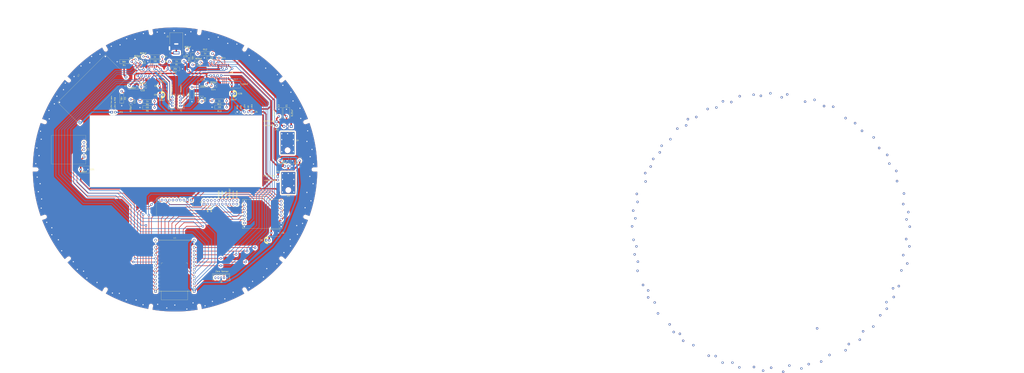
<source format=kicad_pcb>
(kicad_pcb (version 20221018) (generator pcbnew)
  (layers (0 "F.Cu" signal) (31 "B.Cu" signal) (34 "B.Paste" user) (35 "F.Paste" user) (36 "B.SilkS" user "B.Silkscreen") (37 "F.SilkS" user "F.Silkscreen") (38 "B.Mask" user) (39 "F.Mask" user) (44 "Edge.Cuts" user))
  (net 0 "")
  (net 1 "+12V")
  (net 2 "GND")
  (net 3 "+5V")
  (net 4 "+3V3")
  (net 5 "+24V")
  (net 6 "Net-(U6-RC1)")
  (net 7 "Net-(U6-RC2)")
  (net 8 "Net-(U6-COMP_IN1)")
  (net 9 "Net-(U6-COMP_IN2)")
  (net 10 "Net-(U8-RC1)")
  (net 11 "Net-(U8-RC2)")
  (net 12 "Net-(U8-COMP_IN1)")
  (net 13 "Net-(U8-COMP_IN2)")
  (net 14 "AZ_ZERO")
  (net 17 "MREF")
  (net 18 "Net-(U6-SENSE1)")
  (net 19 "Net-(U6-SENSE2)")
  (net 20 "Net-(U8-SENSE1)")
  (net 21 "Net-(U8-SENSE2)")
  (net 22 "IMU_INT")
  (net 23 "M1_I01")
  (net 24 "M1_I02")
  (net 25 "M1_P1")
  (net 26 "M1_I11")
  (net 27 "M1_I12")
  (net 28 "M1_P2")
  (net 29 "SPI_MOSI")
  (net 30 "IMU_NSS")
  (net 31 "RF_NSS")
  (net 32 "SPI_MISO")
  (net 33 "SPI_SCK")
  (net 34 "RF_NRESET")
  (net 35 "GPS_RX")
  (net 36 "GPS_TX")
  (net 37 "RF_DIO2")
  (net 38 "RF_DIO1")
  (net 39 "RF_DIO0")
  (net 43 "RF_DIO3")
  (net 44 "RF_DIO4")
  (net 45 "RF_DIO5")
  (net 46 "M2_I02")
  (net 47 "M2_I12")
  (net 48 "M2_P2")
  (net 49 "M2_P1")
  (net 50 "M2_I11")
  (net 51 "M2_I01")
  (net 53 "5V_Int")
  (net 54 "3V3_Int")
  (net 55 "BRK_GPIO2")
  (net 56 "BRK_GPIO4")
  (net 57 "BRK_GPIO5")
  (net 60 "24V_Int")
  (net 62 "M1_1A")
  (net 63 "M1_1B")
  (net 64 "M1_2A")
  (net 65 "M1_2B")
  (net 66 "M2_1A")
  (net 67 "M2_1B")
  (net 68 "M2_2A")
  (net 69 "M2_2B")
  (net 75 "Heatsink5V")
  (net 76 "Heatsink3V3")
  (footprint "Resistor_THT:R_Axial_DIN0207_L6.3mm_D2.5mm_P10.16mm_Horizontal" (layer "F.Cu") (at 206.248 64.262 -90)
    (fp_text reference "R10")
    (fp_text value "56k")
  )
  (footprint "Resistor_THT:R_Axial_DIN0207_L6.3mm_D2.5mm_P10.16mm_Horizontal" (layer "F.Cu") (at 229.87 103.886 180)
    (fp_text reference "R13")
    (fp_text value "1Ω")
  )
  (footprint "Resistor_THT:R_Axial_DIN0207_L6.3mm_D2.5mm_P10.16mm_Horizontal" (layer "F.Cu") (at 153.69 72.22)
    (fp_text reference "R4")
    (fp_text value "56k")
  )
  (footprint "MPU-9250-PCB:MPU-9250-PCB" (layer "F.Cu") (at 206.552 167.3225 -90)
    (fp_text reference "U2" hide)
    (fp_text value "MPU-9250-DEV" hide)
  )
  (footprint "Connector_JST:JST_PH_B5B-PH-K_1x05_P2.00mm_Vertical" (layer "F.Cu") (at 230.06 222.8 180)
    (fp_text reference "J6")
    (fp_text value "JST_ZeroAZ")
  )
  (footprint "Capacitor_THT:C_Rect_L4.6mm_W2.0mm_P2.50mm_MKS02_FKP02" (layer "F.Cu") (at 212.598 97.282 -90)
    (fp_text reference "C18")
    (fp_text value "820pF")
  )
  (footprint "Capacitor_THT:C_Rect_L4.6mm_W2.0mm_P2.50mm_MKS02_FKP02" (layer "F.Cu") (at 163.195 101.115 90)
    (fp_text reference "C12")
    (fp_text value "820pF")
  )
  (footprint "Capacitor_THT:C_Rect_L7.0mm_W4.5mm_P5.00mm" (layer "F.Cu") (at 260.898 191.516)
    (fp_text reference "C5")
    (fp_text value "100nF")
  )
  (footprint "Connector_PinHeader_2.54mm:PinHeader_1x02_P2.54mm_Vertical" (layer "F.Cu") (at 264.668 114.046)
    (fp_text reference "JP2")
    (fp_text value "PowerSelect_5V")
  )
  (footprint "RA-02-PCB:RA-02-PCB" (layer "F.Cu") (at 255.27 178.418 180)
    (fp_text reference "U3")
    (fp_text value "Ai-Thinker-Ra-02")
  )
  (footprint "Resistor_THT:R_Axial_DIN0207_L6.3mm_D2.5mm_P10.16mm_Horizontal" (layer "F.Cu") (at 229.87 99.505 180)
    (fp_text reference "R11")
    (fp_text value "1k")
  )
  (footprint "Connector_PinHeader_2.54mm:PinHeader_1x05_P2.54mm_Vertical" (layer "F.Cu") (at 237.236 107.188 90)
    (fp_text reference "J5")
    (fp_text value "PowerBreakout")
  )
  (footprint "Package_TO_SOT_THT:TO-220-3_Horizontal_TabDown" (layer "F.Cu") (at 274.828 117.262 180)
    (fp_text reference "U4")
    (fp_text value "L7805")
  )
  (footprint "Connector_PinHeader_2.54mm:PinHeader_1x02_P2.54mm_Vertical" (layer "F.Cu") (at 265.43 152.141)
    (fp_text reference "JP1")
    (fp_text value "PowerSelect_3V3")
  )
  (footprint "L6219DS:SOIC127P1030X265-24N" (layer "F.Cu") (at 173.99 80.01 -90)
    (fp_text reference "U6")
    (fp_text value "L6219DS")
  )
  (footprint "Capacitor_THT:CP_Radial_D5.0mm_P2.00mm" (layer "F.Cu") (at 259.527113 196.596 180)
    (fp_text reference "C6")
    (fp_text value "22uF")
  )
  (footprint "Capacitor_THT:C_Rect_L7.0mm_W4.5mm_P5.00mm" (layer "F.Cu") (at 280.67 141.224 180)
    (fp_text reference "C3")
    (fp_text value "10uF")
  )
  (footprint "Capacitor_THT:C_Rect_L7.0mm_W4.5mm_P5.00mm" (layer "F.Cu") (at 215.9 87.884 180)
    (fp_text reference "C16")
    (fp_text value "100nF")
  )
  (footprint "L6219DS:SOIC127P1030X265-24N" (layer "F.Cu") (at 224.155 79.375 -90)
    (fp_text reference "U8")
    (fp_text value "L6219DS")
  )
  (footprint "Capacitor_THT:C_Rect_L7.0mm_W4.5mm_P5.00mm" (layer "F.Cu") (at 183.174 89.09)
    (fp_text reference "C8")
    (fp_text value "100nF")
  )
  (footprint "Resistor_THT:R_Axial_DIN0207_L6.3mm_D2.5mm_P10.16mm_Horizontal" (layer "F.Cu") (at 200.152 71.882 180)
    (fp_text reference "R1")
    (fp_text value "1k")
  )
  (footprint "Capacitor_THT:C_Rect_L4.6mm_W2.0mm_P2.50mm_MKS02_FKP02" (layer "F.Cu") (at 202.438 66.508 90)
    (fp_text reference "C19")
    (fp_text value "820pF")
  )
  (footprint "Resistor_THT:R_Axial_DIN0207_L6.3mm_D2.5mm_P10.16mm_Horizontal" (layer "F.Cu") (at 199.136 77.216 180)
    (fp_text reference "R2")
    (fp_text value "20k")
  )
  (footprint "Capacitor_THT:C_Rect_L7.0mm_W4.5mm_P5.00mm" (layer "F.Cu") (at 266.954 141.224)
    (fp_text reference "C4")
    (fp_text value "100nF")
  )
  (footprint "Package_TO_SOT_THT:TO-220-3_Horizontal_TabDown" (layer "F.Cu") (at 275.336 145.034 180)
    (fp_text reference "U5")
    (fp_text value "LD1117S33TR_SOT223")
  )
  (footprint "Resistor_THT:R_Axial_DIN0207_L6.3mm_D2.5mm_P10.16mm_Horizontal" (layer "F.Cu") (at 205.74 89.916 -90)
    (fp_text reference "R9")
    (fp_text value "56k")
  )
  (footprint "Capacitor_THT:C_Rect_L4.6mm_W2.0mm_P2.50mm_MKS02_FKP02" (layer "F.Cu") (at 209.296 72.644)
    (fp_text reference "C15")
    (fp_text value "820pF")
  )
  (footprint "XL6009PCB:XL6009PCB" (layer "F.Cu") (at 137.24597 92.28797 -135)
    (fp_text reference "U7")
    (fp_text value "~")
  )
  (footprint "ESP32-WROOM-32PCB:ESP32-WROOM-32PCB" (layer "F.Cu") (at 207.264 232.156 180)
    (fp_text reference "U1")
    (fp_text value "ESP32-WROOM-32-DEV")
  )
  (footprint "Resistor_THT:R_Axial_DIN0207_L6.3mm_D2.5mm_P10.16mm_Horizontal" (layer "F.Cu") (at 185.166 72.136 180)
    (fp_text reference "R8")
    (fp_text value "1Ω")
  )
  (footprint "Resistor_THT:R_Axial_DIN0207_L6.3mm_D2.5mm_P10.16mm_Horizontal" (layer "F.Cu") (at 179.705 104.14 180)
    (fp_text reference "R6")
    (fp_text value "1Ω")
  )
  (footprint "Resistor_THT:R_Axial_DIN0207_L6.3mm_D2.5mm_P10.16mm_Horizontal" (layer "F.Cu") (at 224.536 69.596 180)
    (fp_text reference "R14")
    (fp_text value "1Ω")
  )
  (footprint "Connector_BarrelJack:BarrelJack_Kycon_KLDX-0202-xC_Horizontal" (layer "F.Cu") (at 194.818 66.04 -90)
    (fp_text reference "J1")
    (fp_text value "Jack_12V")
  )
  (footprint "Connector_PinHeader_2.54mm:PinHeader_2x10_P2.54mm_Vertical" (layer "F.Cu") (at 214.127 171.45 90)
    (fp_text reference "J4")
    (fp_text value "Conn_02x10_Odd_Even")
  )
  (footprint "Resistor_THT:R_Axial_DIN0207_L6.3mm_D2.5mm_P10.16mm_Horizontal" (layer "F.Cu") (at 185.166 68.834 180)
    (fp_text reference "R7")
    (fp_text value "1k")
  )
  (footprint "Capacitor_THT:C_Rect_L7.0mm_W4.5mm_P5.00mm" (layer "F.Cu") (at 233.466 88.138)
    (fp_text reference "C17")
    (fp_text value "100nF")
  )
  (footprint "Capacitor_THT:C_Rect_L7.0mm_W4.5mm_P5.00mm" (layer "F.Cu") (at 271.526 110.364 90)
    (fp_text reference "C1")
    (fp_text value "0.33uF")
  )
  (footprint "Capacitor_THT:C_Rect_L4.6mm_W2.0mm_P2.50mm_MKS02_FKP02" (layer "F.Cu") (at 168.91 70.612 180)
    (fp_text reference "C11")
    (fp_text value "820pF")
  )
  (footprint "ATGM332D-5N31-PCB:ATGM332D-5N31-PCB" (layer "F.Cu") (at 107.95 143.51 90)
    (fp_text reference "U9")
    (fp_text value "ATGM332D-5N31-PCB")
  )
  (footprint "Capacitor_THT:C_Rect_L4.6mm_W2.0mm_P2.50mm_MKS02_FKP02" (layer "F.Cu") (at 219.456 88.9)
    (fp_text reference "C14")
    (fp_text value "820pF")
  )
  (footprint "Capacitor_THT:C_Rect_L7.0mm_W4.5mm_P5.00mm" (layer "F.Cu") (at 162.346 88.9)
    (fp_text reference "C7")
    (fp_text value "100nF")
  )
  (footprint "Connector_JST:JST_PH_B4B-PH-K_1x04_P2.00mm_Vertical" (layer "F.Cu") (at 197.612 103.028 90)
    (fp_text reference "J3")
    (fp_text value "JST_MotorEl")
  )
  (footprint "Resistor_THT:R_Axial_DIN0207_L6.3mm_D2.5mm_P10.16mm_Horizontal" (layer "F.Cu") (at 156.845 92.71 -90)
    (fp_text reference "R3")
    (fp_text value "56k")
  )
  (footprint "Capacitor_THT:C_Rect_L7.0mm_W4.5mm_P5.00mm" (layer "F.Cu") (at 266.192 110.324 90)
    (fp_text reference "C2")
    (fp_text value "0.1uF")
  )
  (footprint "Capacitor_THT:C_Rect_L7.0mm_W4.5mm_P5.00mm" (layer "F.Cu") (at 128.31 147.32)
    (fp_text reference "C21")
    (fp_text value "100nF")
  )
  (footprint "Connector_JST:JST_PH_B4B-PH-K_1x04_P2.00mm_Vertical" (layer "F.Cu") (at 192.024 97.028 -90)
    (fp_text reference "J2")
    (fp_text value "JST_MotorAz")
  )
  (footprint "Resistor_THT:R_Axial_DIN0207_L6.3mm_D2.5mm_P10.16mm_Horizontal" (layer "F.Cu") (at 219.964 66.548 180)
    (fp_text reference "R12")
    (fp_text value "1k")
  )
  (footprint "Capacitor_THT:CP_Radial_D5.0mm_P2.00mm" (layer "F.Cu") (at 183.448888 95.25)
    (fp_text reference "C9")
    (fp_text value "100uF")
  )
  (footprint "Resistor_THT:R_Axial_DIN0207_L6.3mm_D2.5mm_P10.16mm_Horizontal" (layer "F.Cu") (at 179.705 99.885 180)
    (fp_text reference "R5")
    (fp_text value "1k")
  )
  (footprint "Capacitor_THT:C_Rect_L4.6mm_W2.0mm_P2.50mm_MKS02_FKP02" (layer "F.Cu") (at 171.958 71.12 90)
    (fp_text reference "C13")
    (fp_text value "820pF")
  )
  (footprint "Capacitor_THT:CP_Radial_D5.0mm_P2.00mm" (layer "F.Cu") (at 233.486888 94.488)
    (fp_text reference "C20")
    (fp_text value "100uF")
  )
  (footprint "Connector_PinHeader_2.54mm:PinHeader_1x02_P2.54mm_Vertical" (layer "F.Cu") (at 149.86 107.382 90)
    (fp_text reference "JP3")
    (fp_text value "PowerSelect_24V")
  )
  (footprint "Capacitor_THT:C_Rect_L4.6mm_W2.0mm_P2.50mm_MKS02_FKP02" (layer "F.Cu") (at 170.434 89.662)
    (fp_text reference "C10")
    (fp_text value "820pF")
  )
  (gr_poly (pts (arc (start 147.029038 231.641452) (mid 146.48 229.592413) (end 144.430961 230.141452)) (xy 143.188928 232.292717) (xy 142.210421 231.705489) (xy 140.532332 230.652748) (xy 138.875643 229.566641) (xy 137.241018 228.447603) (xy 135.62911 227.296082) (xy 134.040566 226.112539) (xy 132.47602 224.897448) (xy 130.936101 223.651296) (xy 129.421424 222.374582) (xy 127.932595 221.067816) (xy 126.470212 219.731522) (xy 125.034859 218.366235) (xy 123.627111 216.972501) (xy 122.247531 215.55088) (xy 120.896673 214.101939) (xy 119.575077 212.626259) (xy 119.118249 212.094579) (arc (start 121.020893 210.498071) (mid 121.205777 208.384823) (end 119.09253 208.199938)) (xy 117.189624 209.796665) (xy 117.021776 209.597056) (xy 115.791093 208.044746) (xy 114.591716 206.468123) (xy 113.424126 204.867816) (xy 112.28879 203.244468) (xy 111.186162 201.598729) (xy 110.116684 199.931256) (xy 109.080785 198.242719) (xy 108.078878 196.533792) (xy 107.111366 194.80516) (xy 106.178635 193.057516) (xy 105.28106 191.291559) (xy 104.418998 189.507996) (xy 103.592797 187.707541) (xy 102.802785 185.890915) (xy 102.04928 184.058846) (xy 101.478754 182.583967) (arc (start 103.812692 181.734483) (mid 104.709201 179.811914) (end 102.786632 178.915405)) (xy 100.452372 179.765006) (xy 100.010749 178.477342) (xy 99.40614 176.590892) (xy 98.839398 174.692721) (xy 98.310749 172.783591) (xy 97.820406 170.864266) (xy 97.368564 168.935513) (xy 96.955404 166.998106) (xy 96.581093 165.05282) (xy 96.245779 163.100434) (xy 95.949598 161.14173) (xy 95.692667 159.177491) (xy 95.475089 157.208505) (xy 95.296952 155.235559) (xy 95.158327 153.259444) (xy 95.05927 151.280951) (xy 94.999819 149.300872) (xy 94.996275 148.82) (arc (start 97.48 148.82) (mid 98.98 147.32) (end 97.48 145.82)) (xy 94.995933 145.82) (xy 94.999819 145.339128) (xy 95.05927 143.359049) (xy 95.158327 141.380556) (xy 95.296952 139.404441) (xy 95.475089 137.431495) (xy 95.692667 135.462509) (xy 95.949598 133.49827) (xy 96.245779 131.539566) (xy 96.581093 129.58718) (xy 96.955404 127.641894) (xy 97.368564 125.704487) (xy 97.820406 123.775734) (xy 98.310749 121.856409) (xy 98.839398 119.947279) (xy 99.40614 118.049108) (xy 100.010749 116.162658) (xy 100.452694 114.875111) (arc (start 102.786632 115.724595) (mid 104.709201 114.828086) (end 103.812692 112.905517)) (xy 101.478433 112.055916) (xy 102.04928 110.581154) (xy 102.802785 108.749085) (xy 103.592797 106.932459) (xy 104.418998 105.132004) (xy 105.28106 103.348441) (xy 106.178635 101.582484) (xy 107.111366 99.83484) (xy 108.078878 98.106208) (xy 109.080785 96.397281) (xy 110.116684 94.708744) (xy 111.186162 93.041271) (xy 112.28879 91.395532) (xy 113.424126 89.772184) (xy 114.591716 88.171877) (xy 115.791093 86.595254) (xy 117.021776 85.042944) (xy 117.189886 84.843555) (arc (start 119.09253 86.440062) (mid 121.205778 86.255178) (end 121.020893 84.141929)) (xy 119.117987 82.545202) (xy 119.575077 82.013741) (xy 120.896673 80.538061) (xy 122.247531 79.08912) (xy 123.627111 77.667499) (xy 125.034859 76.273765) (xy 126.470212 74.908478) (xy 127.932595 73.572184) (xy 129.421424 72.265418) (xy 130.936101 70.988704) (xy 132.47602 69.742552) (xy 134.040566 68.527461) (xy 135.62911 67.343918) (xy 137.241018 66.192397) (xy 138.875643 65.073359) (xy 140.532332 63.987252) (xy 142.210421 62.934511) (xy 143.1891 62.347579) (arc (start 144.430962 64.498548) (mid 146.48 65.047587) (end 147.029039 62.998548)) (xy 145.787005 60.847283) (xy 147.366329 59.980629) (xy 149.123217 59.06543) (xy 150.898066 58.185568) (xy 152.690165 57.341394) (xy 154.498796 56.533247) (xy 156.323235 55.76145) (xy 158.162751 55.026313) (xy 160.016608 54.328129) (xy 161.884064 53.667179) (xy 163.764371 53.043726) (xy 165.656776 52.458021) (xy 167.560521 51.910298) (xy 169.474845 51.400777) (xy 171.39898 50.929661) (xy 173.332157 50.497138) (xy 175.314445 50.100533) (arc (start 175.745739 52.546524) (mid 177.483423 53.763263) (end 178.700162 52.02558)) (xy 178.268809 49.579251) (xy 179.178177 49.432789) (xy 181.139747 49.156219) (xy 183.106458 48.918953) (xy 185.077523 48.721086) (xy 187.052152 48.562697) (xy 189.029555 48.44385) (xy 191.00894 48.364592) (xy 192.989514 48.324955) (xy 194.970486 48.324955) (xy 196.95106 48.364592) (xy 198.930445 48.44385) (xy 200.907848 48.562697) (xy 202.882477 48.721086) (xy 204.853542 48.918953) (xy 206.820253 49.156219) (xy 208.781823 49.432789) (xy 209.691132 49.579588) (arc (start 209.259838 52.02558) (mid 210.476577 53.763264) (end 212.214261 52.546524)) (xy 212.645615 50.100196) (xy 214.627843 50.497138) (xy 216.56102 50.929661) (xy 218.485155 51.400777) (xy 220.399479 51.910298) (xy 222.303224 52.458021) (xy 224.195629 53.043726) (xy 226.075936 53.667179) (xy 227.943392 54.328129) (xy 229.797249 55.026313) (xy 231.636765 55.76145) (xy 233.461204 56.533247) (xy 235.269835 57.341394) (xy 237.061934 58.185568) (xy 238.836783 59.06543) (xy 240.593671 59.980629) (xy 242.172825 60.847579) (arc (start 240.930962 62.998548) (mid 241.48 65.047587) (end 243.529039 64.498548)) (xy 244.771072 62.347283) (xy 245.749579 62.934511) (xy 247.427668 63.987252) (xy 249.084357 65.073359) (xy 250.718982 66.192397) (xy 252.33089 67.343918) (xy 253.919434 68.527461) (xy 255.48398 69.742552) (xy 257.023899 70.988704) (xy 258.538576 72.265418) (xy 260.027405 73.572184) (xy 261.489788 74.908478) (xy 262.925141 76.273765) (xy 264.332889 77.667499) (xy 265.712469 79.08912) (xy 267.063327 80.538061) (xy 268.384923 82.013741) (xy 268.841751 82.545421) (arc (start 266.939107 84.141929) (mid 266.754223 86.255177) (end 268.86747 86.440062)) (xy 270.770376 84.843335) (xy 270.938224 85.042944) (xy 272.168907 86.595254) (xy 273.368284 88.171877) (xy 274.535874 89.772184) (xy 275.67121 91.395532) (xy 276.773838 93.041271) (xy 277.843316 94.708744) (xy 278.879215 96.397281) (xy 279.881122 98.106208) (xy 280.848634 99.83484) (xy 281.781365 101.582484) (xy 282.67894 103.348441) (xy 283.541002 105.132004) (xy 284.367203 106.932459) (xy 285.157215 108.749085) (xy 285.91072 110.581154) (xy 286.481246 112.056033) (arc (start 284.147308 112.905517) (mid 283.250799 114.828086) (end 285.173368 115.724595)) (xy 287.507628 114.874994) (xy 287.949251 116.162658) (xy 288.55386 118.049108) (xy 289.120602 119.947279) (xy 289.649251 121.856409) (xy 290.139594 123.775734) (xy 290.591436 125.704487) (xy 291.004596 127.641894) (xy 291.378907 129.58718) (xy 291.714221 131.539566) (xy 292.010402 133.49827) (xy 292.267333 135.462509) (xy 292.484911 137.431495) (xy 292.663048 139.404441) (xy 292.801673 141.380556) (xy 292.90073 143.359049) (xy 292.960181 145.339128) (xy 292.963725 145.82) (arc (start 290.48 145.82) (mid 288.98 147.32) (end 290.48 148.82)) (xy 292.964067 148.82) (xy 292.960181 149.300872) (xy 292.90073 151.280951) (xy 292.801673 153.259444) (xy 292.663048 155.235559) (xy 292.484911 157.208505) (xy 292.267333 159.177491) (xy 292.010402 161.14173) (xy 291.714221 163.100434) (xy 291.378907 165.05282) (xy 291.004596 166.998106) (xy 290.591436 168.935513) (xy 290.139594 170.864266) (xy 289.649251 172.783591) (xy 289.120602 174.692721) (xy 288.55386 176.590892) (xy 287.949251 178.477342) (xy 287.507306 179.764889) (arc (start 285.173368 178.915405) (mid 283.250799 179.811914) (end 284.147308 181.734483)) (xy 286.481567 182.584084) (xy 285.91072 184.058846) (xy 285.157215 185.890915) (xy 284.367203 187.707541) (xy 283.541002 189.507996) (xy 282.67894 191.291559) (xy 281.781365 193.057516) (xy 280.848634 194.80516) (xy 279.881122 196.533792) (xy 278.879215 198.242719) (xy 277.843316 199.931256) (xy 276.773838 201.598729) (xy 275.67121 203.244468) (xy 274.535874 204.867816) (xy 273.368284 206.468123) (xy 272.168907 208.044746) (xy 270.938224 209.597056) (xy 270.770114 209.796445) (arc (start 268.86747 208.199938) (mid 266.754222 208.384822) (end 266.939107 210.498071)) (xy 268.842013 212.094798) (xy 268.384923 212.626259) (xy 267.063327 214.101939) (xy 265.712469 215.55088) (xy 264.332889 216.972501) (xy 262.925141 218.366235) (xy 261.489788 219.731522) (xy 260.027405 221.067816) (xy 258.538576 222.374582) (xy 257.023899 223.651296) (xy 255.48398 224.897448) (xy 253.919434 226.112539) (xy 252.33089 227.296082) (xy 250.718982 228.447603) (xy 249.084357 229.566641) (xy 247.427668 230.652748) (xy 245.749579 231.705489) (xy 244.770901 232.292421) (arc (start 243.529039 230.141452) (mid 241.48 229.592414) (end 240.930962 231.641452)) (xy 242.172996 233.792717) (xy 240.593671 234.659371) (xy 238.836783 235.57457) (xy 237.061934 236.454432) (xy 235.269835 237.298606) (xy 233.461204 238.106753) (xy 231.636765 238.87855) (xy 229.797249 239.613687) (xy 227.943392 240.311871) (xy 226.075936 240.972821) (xy 224.195629 241.596274) (xy 222.303224 242.181979) (xy 220.399479 242.729702) (xy 218.485155 243.239223) (xy 216.56102 243.710339) (xy 214.627843 244.142862) (xy 212.6864 244.536617) (xy 212.645555 244.539467) (arc (start 212.214261 242.093476) (mid 210.476577 240.876737) (end 209.259838 242.61442)) (xy 209.691191 245.060749) (xy 208.781823 245.207211) (xy 206.820253 245.483781) (xy 204.853542 245.721047) (xy 202.882477 245.918914) (xy 200.907848 246.077303) (xy 198.930445 246.19615) (xy 196.95106 246.275408) (xy 194.970486 246.315045) (xy 192.989514 246.315045) (xy 191.00894 246.275408) (xy 189.029555 246.19615) (xy 187.052152 246.077303) (xy 185.077523 245.918914) (xy 183.106458 245.721047) (xy 181.139747 245.483781) (xy 179.178177 245.207211) (xy 178.268868 245.060412) (arc (start 178.700162 242.61442) (mid 177.483423 240.876736) (end 175.745739 242.093476)) (xy 175.314385 244.539804) (xy 175.2736 244.536617) (xy 173.332157 244.142862) (xy 171.39898 243.710339) (xy 169.474845 243.239223) (xy 167.560521 242.729702) (xy 165.656776 242.181979) (xy 163.764371 241.596274) (xy 161.884064 240.972821) (xy 160.016608 240.311871) (xy 158.162751 239.613687) (xy 156.323235 238.87855) (xy 154.498796 238.106753) (xy 152.690165 237.298606) (xy 150.898066 236.454432) (xy 149.123217 235.57457) (xy 147.366329 234.659371) (xy 145.787175 233.792421)) (stroke (width 0.1)) (fill none) (layer "Edge.Cuts"))
  (gr_line (start 254.62 159.62) (end 254.62 109.62) (stroke (width 0.2)) (layer "Edge.Cuts"))
  (gr_line (start 134.62 159.62) (end 134.62 109.62) (stroke (width 0.2)) (layer "Edge.Cuts"))
  (gr_line (start 134.62 159.62) (end 254.62 159.62) (stroke (width 0.2)) (layer "Edge.Cuts"))
  (gr_line (start 254.62 109.62) (end 134.62 109.62) (stroke (width 0.2)) (layer "Edge.Cuts"))
  (gr_text "+5V to PCB" (at 262.89 117.094) (layer "F.SilkS") (effects (font (size 0.8 0.8)) (justify right bottom)))
  (gr_text "+24V" (at 242.824 105.156 90) (layer "F.SilkS") (effects (font (size 0.8 0.8) (thickness 0.15) bold) (justify left bottom)))
  (gr_text "RF_DIO4" (at 234.955 167.132 90) (layer "F.SilkS") (effects (font (size 0.8 0.8) (thickness 0.15) bold) (justify left bottom)))
  (gr_text "RF_NRESET" (at 232.415 167.132 90) (layer "F.SilkS") (effects (font (size 0.8 0.8) (thickness 0.15) bold) (justify left bottom)))
  (gr_text "GND" (at 240.284 105.156 90) (layer "F.SilkS") (effects (font (size 0.8 0.8) (thickness 0.15) bold) (justify left bottom)))
  (gr_text "GND" (at 237.744 105.156 90) (layer "F.SilkS") (effects (font (size 0.8 0.8) (thickness 0.15) bold) (justify left bottom)))
  (gr_text "+3V3" (at 247.904 105.156 90) (layer "F.SilkS") (effects (font (size 0.8 0.8) (thickness 0.15) bold) (justify left bottom)))
  (gr_text "RF_DIO3" (at 224.795 167.132 90) (layer "F.SilkS") (effects (font (size 0.8 0.8) (thickness 0.15) bold) (justify left bottom)))
  (gr_text "+24V frm conv" (at 150.114 105.216 90) (layer "F.SilkS") (effects (font (size 0.8 0.8)) (justify left bottom)))
  (gr_text "+3V3 frm reg" (at 263.652 152.146) (layer "F.SilkS") (effects (font (size 0.8 0.8)) (justify right bottom)))
  (gr_text "Zero Sensor" (at 221.996 218.948) (layer "F.SilkS") (effects (font (size 1 1)) (justify left bottom)))
  (gr_text "MotorAz" (at 192.278 93.726 90) (layer "F.SilkS") (effects (font (size 1 1)) (justify left bottom)))
  (gr_text "+3V3 to PCB" (at 263.906 155.448) (layer "F.SilkS") (effects (font (size 0.8 0.8)) (justify right bottom)))
  (gr_text "GPIO4" (at 217.175 173.482 90) (layer "F.SilkS") (effects (font (size 0.8 0.8) (thickness 0.15) bold) (justify right bottom)))
  (gr_text "+5V frm reg" (at 262.89 114.046) (layer "F.SilkS") (effects (font (size 0.8 0.8)) (justify right bottom)))
  (gr_text "GPIO5" (at 219.715 173.482 90) (layer "F.SilkS") (effects (font (size 0.8 0.8) (thickness 0.15) bold) (justify right bottom)))
  (gr_text "RF_DIO5" (at 237.495 167.132 90) (layer "F.SilkS") (effects (font (size 0.8 0.8) (thickness 0.15) bold) (justify left bottom)))
  (gr_text "RF_DIO1" (at 229.875 167.132 90) (layer "F.SilkS") (effects (font (size 0.8 0.8) (thickness 0.15) bold) (justify left bottom)))
  (gr_text "+24V to PCB" (at 152.654 105.156 90) (layer "F.SilkS") (effects (font (size 0.8 0.8)) (justify left bottom)))
  (gr_text "MotorEl" (at 198.628 93.726 90) (layer "F.SilkS") (effects (font (size 1 1)) (justify left bottom)))
  (gr_text "RF_DIO2" (at 227.335 167.132 90) (layer "F.SilkS") (effects (font (size 0.8 0.8) (thickness 0.15) bold) (justify left bottom)))
  (gr_text "+5V" (at 245.364 105.156 90) (layer "F.SilkS") (effects (font (size 0.8 0.8) (thickness 0.15) bold) (justify left bottom)))
  (segment (start 187.452 62.738) (end 187.452 64.516) (width 1) (layer "F.Cu") (net 1))
  (segment (start 269.24 108.204) (end 271.4 110.364) (width 1) (layer "F.Cu") (net 1))
  (segment (start 194.818 64.008) (end 198.374 60.452) (width 1) (layer "F.Cu") (net 1))
  (segment (start 158.496 81.534) (end 158.496 68.58) (width 1) (layer "F.Cu") (net 1))
  (segment (start 235.204 71.12) (end 263.144 99.06) (width 1) (layer "F.Cu") (net 1))
  (segment (start 271.526 112.014) (end 274.828 115.316) (width 1) (layer "F.Cu") (net 1))
  (segment (start 265.684 108.204) (end 269.24 108.204) (width 1) (layer "F.Cu") (net 1))
  (segment (start 274.828 115.316) (end 274.828 117.262) (width 1) (layer "F.Cu") (net 1))
  (segment (start 222.758 65.278) (end 235.204 71.12) (width 1) (layer "F.Cu") (net 1))
  (segment (start 263.144 105.664) (end 265.684 108.204) (width 1) (layer "F.Cu") (net 1))
  (segment (start 271.4 110.364) (end 271.526 110.364) (width 1) (layer "F.Cu") (net 1))
  (segment (start 212.852 62.23) (end 222.758 65.278) (width 1) (layer "F.Cu") (net 1))
  (segment (start 159.786413 82.858701) (end 159.786413 82.824413) (width 1) (layer "F.Cu") (net 1))
  (segment (start 198.374 60.452) (end 212.852 62.23) (width 1) (layer "F.Cu") (net 1))
  (segment (start 187.452 64.516) (end 189.23 66.294) (width 1) (layer "F.Cu") (net 1))
  (segment (start 271.526 110.364) (end 271.526 112.014) (width 1) (layer "F.Cu") (net 1))
  (segment (start 194.818 66.04) (end 194.818 64.008) (width 1) (layer "F.Cu") (net 1))
  (segment (start 263.144 99.06) (end 263.144 105.664) (width 1) (layer "F.Cu") (net 1))
  (segment (start 169.672 64.008) (end 187.452 62.738) (width 1) (layer "F.Cu") (net 1))
  (segment (start 189.23 66.294) (end 194.564 66.294) (width 1) (layer "F.Cu") (net 1))
  (segment (start 194.564 66.294) (end 194.818 66.04) (width 1) (layer "F.Cu") (net 1))
  (segment (start 158.496 68.58) (end 169.672 64.008) (width 1) (layer "F.Cu") (net 1))
  (segment (start 159.786413 82.824413) (end 158.496 81.534) (width 1) (layer "F.Cu") (net 1))
  (via (at 693.674 230.124) (size 1.6) (drill 0.8) (layers "F.Cu" "B.Cu") (net 2))
  (via (at 109.982 101.6) (size 1.6) (drill 0.8) (layers "F.Cu" "B.Cu") (net 2))
  (via (at 99.314 137.668) (size 1.6) (drill 0.8) (layers "F.Cu" "B.Cu") (net 2))
  (via (at 132.588 223.012) (size 1.6) (drill 0.8) (layers "F.Cu" "B.Cu") (net 2))
  (via (at 515.112 200.914) (size 1.6) (drill 0.8) (layers "F.Cu" "B.Cu") (net 2))
  (via (at 117.602 87.122) (size 1.6) (drill 0.8) (layers "F.Cu" "B.Cu") (net 2))
  (via (at 541.02 260.604) (size 1.6) (drill 0.8) (layers "F.Cu" "B.Cu") (net 2))
  (via (at 141.732 67.056) (size 1.6) (drill 0.8) (layers "F.Cu" "B.Cu") (net 2))
  (via (at 696.468 155.448) (size 1.6) (drill 0.8) (layers "F.Cu" "B.Cu") (net 2))
  (via (at 247.904 225.298) (size 1.6) (drill 0.8) (layers "F.Cu" "B.Cu") (net 2))
  (via (at 515.874 169.926) (size 1.6) (drill 0.8) (layers "F.Cu" "B.Cu") (net 2))
  (via (at 193.294 50.546) (size 1.6) (drill 0.8) (layers "F.Cu" "B.Cu") (net 2))
  (via (at 234.442 232.918) (size 1.6) (drill 0.8) (layers "F.Cu" "B.Cu") (net 2))
  (via (at 704.342 177.038) (size 1.6) (drill 0.8) (layers "F.Cu" "B.Cu") (net 2))
  (via (at 556.768 110.744) (size 1.6) (drill 0.8) (layers "F.Cu" "B.Cu") (net 2))
  (via (at 276.098 99.568) (size 1.6) (drill 0.8) (layers "F.Cu" "B.Cu") (net 2))
  (via (at 695.96 148.336) (size 1.6) (drill 0.8) (layers "F.Cu" "B.Cu") (net 2))
  (via (at 660.654 273.304) (size 1.6) (drill 0.8) (layers "F.Cu" "B.Cu") (net 2))
  (via (at 547.624 266.7) (size 1.6) (drill 0.8) (layers "F.Cu" "B.Cu") (net 2))
  (via (at 699.516 217.678) (size 1.6) (drill 0.8) (layers "F.Cu" "B.Cu") (net 2))
  (via (at 217.424 56.388) (size 1.6) (drill 0.8) (layers "F.Cu" "B.Cu") (net 2))
  (via (at 149.606 61.468) (size 1.6) (drill 0.8) (layers "F.Cu" "B.Cu") (net 2))
  (via (at 280.924 104.648) (size 1.6) (drill 0.8) (layers "F.Cu" "B.Cu") (net 2))
  (via (at 230.632 59.436) (size 1.6) (drill 0.8) (layers "F.Cu" "B.Cu") (net 2))
  (via (at 515.366 164.338) (size 1.6) (drill 0.8) (layers "F.Cu" "B.Cu") (net 2))
  (via (at 700.786 207.01) (size 1.6) (drill 0.8) (layers "F.Cu" "B.Cu") (net 2))
  (via (at 672.846 260.096) (size 1.6) (drill 0.8) (layers "F.Cu" "B.Cu") (net 2))
  (via (at 621.538 283.972) (size 1.6) (drill 0.8) (layers "F.Cu" "B.Cu") (net 2))
  (via (at 608.33 94.234) (size 1.6) (drill 0.8) (layers "F.Cu" "B.Cu") (net 2))
  (via (at 513.08 196.342) (size 1.6) (drill 0.8) (layers "F.Cu" "B.Cu") (net 2))
  (via (at 160.274 56.134) (size 1.6) (drill 0.8) (layers "F.Cu" "B.Cu") (net 2))
  (via (at 257.81 216.408) (size 1.6) (drill 0.8) (layers "F.Cu" "B.Cu") (net 2))
  (via (at 620.014 94.996) (size 1.6) (drill 0.8) (layers "F.Cu" "B.Cu") (net 2))
  (via (at 697.738 228.6) (size 1.6) (drill 0.8) (layers "F.Cu" "B.Cu") (net 2))
  (via (at 101.092 167.894) (size 1.6) (drill 0.8) (layers "F.Cu" "B.Cu") (net 2))
  (via (at 245.618 67.818) (size 1.6) (drill 0.8) (layers "F.Cu" "B.Cu") (net 2))
  (via (at 135.89 68.58) (size 1.6) (drill 0.8) (layers "F.Cu" "B.Cu") (net 2))
  (via (at 288.544 169.164) (size 1.6) (drill 0.8) (layers "F.Cu" "B.Cu") (net 2))
  (via (at 700.786 171.45) (size 1.6) (drill 0.8) (layers "F.Cu" "B.Cu") (net 2))
  (via (at 106.426 112.014) (size 1.6) (drill 0.8) (layers "F.Cu" "B.Cu") (net 2))
  (via (at 123.19 211.582) (size 1.6) (drill 0.8) (layers "F.Cu" "B.Cu") (net 2))
  (via (at 512.064 186.944) (size 1.6) (drill 0.8) (layers "F.Cu" "B.Cu") (net 2))
  (via (at 689.356 244.348) (size 1.6) (drill 0.8) (layers "F.Cu" "B.Cu") (net 2))
  (via (at 134.62 72.898) (size 1.6) (drill 0.8) (layers "F.Cu" "B.Cu") (net 2))
  (via (at 565.404 277.114) (size 1.6) (drill 0.8) (layers "F.Cu" "B.Cu") (net 2))
  (via (at 201.168 53.34) (size 1.6) (drill 0.8) (layers "F.Cu" "B.Cu") (net 2))
  (via (at 532.638 130.81) (size 1.6) (drill 0.8) (layers "F.Cu" "B.Cu") (net 2))
  (via (at 513.842 206.502) (size 1.6) (drill 0.8) (layers "F.Cu" "B.Cu") (net 2))
  (via (at 543.56 118.872) (size 1.6) (drill 0.8) (layers "F.Cu" "B.Cu") (net 2))
  (via (at 691.134 143.256) (size 1.6) (drill 0.8) (layers "F.Cu" "B.Cu") (net 2))
  (via (at 111.76 96.266) (size 1.6) (drill 0.8) (layers "F.Cu" "B.Cu") (net 2))
  (via (at 603.25 287.528) (size 1.6) (drill 0.8) (layers "F.Cu" "B.Cu") (net 2))
  (via (at 123.698 82.55) (size 1.6) (drill 0.8) (layers "F.Cu" "B.Cu") (net 2))
  (via (at 705.104 200.914) (size 1.6) (drill 0.8) (layers "F.Cu" "B.Cu") (net 2))
  (via (at 255.524 222.25) (size 1.6) (drill 0.8) (layers "F.Cu" "B.Cu") (net 2))
  (via (at 652.018 103.632) (size 1.6) (drill 0.8) (layers "F.Cu" "B.Cu") (net 2))
  (via (at 523.24 236.474) (size 1.6) (drill 0.8) (layers "F.Cu" "B.Cu") (net 2))
  (via (at 616.204 97.028) (size 1.6) (drill 0.8) (layers "F.Cu" "B.Cu") (net 2))
  (via (at 279.146 192.532) (size 1.6) (drill 0.8) (layers "F.Cu" "B.Cu") (net 2))
  (via (at 264.922 213.106) (size 1.6) (drill 0.8) (layers "F.Cu" "B.Cu") (net 2))
  (via (at 680.212 124.968) (size 1.6) (drill 0.8) (layers "F.Cu" "B.Cu") (net 2))
  (via (at 274.32 200.66) (size 1.6) (drill 0.8) (layers "F.Cu" "B.Cu") (net 2))
  (via (at 601.726 96.012) (size 1.6) (drill 0.8) (layers "F.Cu" "B.Cu") (net 2))
  (via (at 236.982 59.944) (size 1.6) (drill 0.8) (layers "F.Cu" "B.Cu") (net 2))
  (via (at 125.984 216.916) (size 1.6) (drill 0.8) (layers "F.Cu" "B.Cu") (net 2))
  (via (at 689.102 239.776) (size 1.6) (drill 0.8) (layers "F.Cu" "B.Cu") (net 2))
  (via (at 550.926 112.268) (size 1.6) (drill 0.8) (layers "F.Cu" "B.Cu") (net 2))
  (via (at 281.432 111.76) (size 1.6) (drill 0.8) (layers "F.Cu" "B.Cu") (net 2))
  (via (at 596.646 95.25) (size 1.6) (drill 0.8) (layers "F.Cu" "B.Cu") (net 2))
  (via (at 570.738 104.14) (size 1.6) (drill 0.8) (layers "F.Cu" "B.Cu") (net 2))
  (via (at 519.684 227.838) (size 1.6) (drill 0.8) (layers "F.Cu" "B.Cu") (net 2))
  (via (at 672.084 120.396) (size 1.6) (drill 0.8) (layers "F.Cu" "B.Cu") (net 2))
  (via (at 188.214 243.84) (size 1.6) (drill 0.8) (layers "F.Cu" "B.Cu") (net 2))
  (via (at 288.036 138.43) (size 1.6) (drill 0.8) (layers "F.Cu" "B.Cu") (net 2))
  (via (at 98.044 152.654) (size 1.6) (drill 0.8) (layers "F.Cu" "B.Cu") (net 2))
  (via (at 516.128 211.582) (size 1.6) (drill 0.8) (layers "F.Cu" "B.Cu") (net 2))
  (via (at 139.7 226.06) (size 1.6) (drill 0.8) (layers "F.Cu" "B.Cu") (net 2))
  (via (at 202.184 244.602) (size 1.6) (drill 0.8) (layers "F.Cu" "B.Cu") (net 2))
  (via (at 617.22 288.29) (size 1.6) (drill 0.8) (layers "F.Cu" "B.Cu") (net 2))
  (via (at 282.702 184.912) (size 1.6) (drill 0.8) (layers "F.Cu" "B.Cu") (net 2))
  (via (at 703.072 182.118) (size 1.6) (drill 0.8) (layers "F.Cu" "B.Cu") (net 2))
  (via (at 108.204 192.786) (size 1.6) (drill 0.8) (layers "F.Cu" "B.Cu") (net 2))
  (via (at 219.964 239.268) (size 1.6) (drill 0.8) (layers "F.Cu" "B.Cu") (net 2))
  (via (at 694.182 236.22) (size 1.6) (drill 0.8) (layers "F.Cu" "B.Cu") (net 2))
  (via (at 228.6 237.49) (size 1.6) (drill 0.8) (layers "F.Cu" "B.Cu") (net 2))
  (via (at 287.782 152.146) (size 1.6) (drill 0.8) (layers "F.Cu" "B.Cu") (net 2))
  (via (at 193.802 241.808) (size 1.6) (drill 0.8) (layers "F.Cu" "B.Cu") (net 2))
  (via (at 100.33 120.65) (size 1.6) (drill 0.8) (layers "F.Cu" "B.Cu") (net 2))
  (via (at 586.74 285.242) (size 1.6) (drill 0.8) (layers "F.Cu" "B.Cu") (net 2))
  (via (at 150.368 233.426) (size 1.6) (drill 0.8) (layers "F.Cu" "B.Cu") (net 2))
  (via (at 530.098 247.65) (size 1.6) (drill 0.8) (layers "F.Cu" "B.Cu") (net 2))
  (via (at 181.864 241.3) (size 1.6) (drill 0.8) (layers "F.Cu" "B.Cu") (net 2))
  (via (at 649.478 276.606) (size 1.6) (drill 0.8) (layers "F.Cu" "B.Cu") (net 2))
  (via (at 660.654 111.506) (size 1.6) (drill 0.8) (layers "F.Cu" "B.Cu") (net 2))
  (via (at 545.338 261.874) (size 1.6) (drill 0.8) (layers "F.Cu" "B.Cu") (net 2))
  (via (at 514.35 181.356) (size 1.6) (drill 0.8) (layers "F.Cu" "B.Cu") (net 2))
  (via (at 100.076 157.226) (size 1.6) (drill 0.8) (layers "F.Cu" "B.Cu") (net 2))
  (via (at 171.958 52.578) (size 1.6) (drill 0.8) (layers "F.Cu" "B.Cu") (net 2))
  (via (at 265.176 81.28) (size 1.6) (drill 0.8) (layers "F.Cu" "B.Cu") (net 2))
  (via (at 538.734 126.238) (size 1.6) (drill 0.8) (layers "F.Cu" "B.Cu") (net 2))
  (via (at 702.818 195.834) (size 1.6) (drill 0.8) (layers "F.Cu" "B.Cu") (net 2))
  (via (at 679.958 256.794) (size 1.6) (drill 0.8) (layers "F.Cu" "B.Cu") (net 2))
  (via (at 290.068 157.226) (size 1.6) (drill 0.8) (layers "F.Cu" "B.Cu") (net 2))
  (via (at 285.75 163.322) (size 1.6) (drill 0.8) (layers "F.Cu" "B.Cu") (net 2))
  (via (at 104.648 184.15) (size 1.6) (drill 0.8) (layers "F.Cu" "B.Cu") (net 2))
  (via (at 100.838 174.244) (size 1.6) (drill 0.8) (layers "F.Cu" "B.Cu") (net 2))
  (via (at 645.668 103.124) (size 1.6) (drill 0.8) (layers "F.Cu" "B.Cu") (net 2))
  (via (at 115.062 203.962) (size 1.6) (drill 0.8) (layers "F.Cu" "B.Cu") (net 2))
  (via (at 130.302 218.186) (size 1.6) (drill 0.8) (layers "F.Cu" "B.Cu") (net 2))
  (via (at 521.208 149.86) (size 1.6) (drill 0.8) (layers "F.Cu" "B.Cu") (net 2))
  (via (at 245.618 229.616) (size 1.6) (drill 0.8) (layers "F.Cu" "B.Cu") (net 2))
  (via (at 155.194 233.68) (size 1.6) (drill 0.8) (layers "F.Cu" "B.Cu") (net 2))
  (via (at 635 282.956) (size 1.6) (drill 0.8) (layers "F.Cu" "B.Cu") (net 2))
  (via (at 128.524 75.184) (size 1.6) (drill 0.8) (layers "F.Cu" "B.Cu") (net 2))
  (via (at 206.502 240.284) (size 1.6) (drill 0.8) (layers "F.Cu" "B.Cu") (net 2))
  (via (at 705.358 187.198) (size 1.6) (drill 0.8) (layers "F.Cu" "B.Cu") (net 2))
  (via (at 214.884 242.316) (size 1.6) (drill 0.8) (layers "F.Cu" "B.Cu") (net 2))
  (via (at 171.704 241.554) (size 1.6) (drill 0.8) (layers "F.Cu" "B.Cu") (net 2))
  (via (at 186.69 52.324) (size 1.6) (drill 0.8) (layers "F.Cu" "B.Cu") (net 2))
  (via (at 116.332 91.694) (size 1.6) (drill 0.8) (layers "F.Cu" "B.Cu") (net 2))
  (via (at 538.226 255.27) (size 1.6) (drill 0.8) (layers "F.Cu" "B.Cu") (net 2))
  (via (at 268.986 88.646) (size 1.6) (drill 0.8) (layers "F.Cu" "B.Cu") (net 2))
  (via (at 521.462 155.702) (size 1.6) (drill 0.8) (layers "F.Cu" "B.Cu") (net 2))
  (via (at 608.838 285.496) (size 1.6) (drill 0.8) (layers "F.Cu" "B.Cu") (net 2))
  (via (at 703.58 212.852) (size 1.6) (drill 0.8) (layers "F.Cu" "B.Cu") (net 2))
  (via (at 112.776 196.342) (size 1.6) (drill 0.8) (layers "F.Cu" "B.Cu") (net 2))
  (via (at 526.796 139.954) (size 1.6) (drill 0.8) (layers "F.Cu" "B.Cu") (net 2))
  (via (at 643.636 281.178) (size 1.6) (drill 0.8) (layers "F.Cu" "B.Cu") (net 2))
  (via (at 284.48 173.99) (size 1.6) (drill 0.8) (layers "F.Cu" "B.Cu") (net 2))
  (via (at 531.368 135.382) (size 1.6) (drill 0.8) (layers "F.Cu" "B.Cu") (net 2))
  (via (at 274.066 196.088) (size 1.6) (drill 0.8) (layers "F.Cu" "B.Cu") (net 2))
  (via (at 575.056 281.94) (size 1.6) (drill 0.8) (layers "F.Cu" "B.Cu") (net 2))
  (via (at 98.806 162.814) (size 1.6) (drill 0.8) (layers "F.Cu" "B.Cu") (net 2))
  (via (at 274.574 93.472) (size 1.6) (drill 0.8) (layers "F.Cu" "B.Cu") (net 2))
  (via (at 224.028 55.118) (size 1.6) (drill 0.8) (layers "F.Cu" "B.Cu") (net 2))
  (via (at 257.048 76.708) (size 1.6) (drill 0.8) (layers "F.Cu" "B.Cu") (net 2))
  (via (at 289.306 133.35) (size 1.6) (drill 0.8) (layers "F.Cu" "B.Cu") (net 2))
  (via (at 278.638 186.436) (size 1.6) (drill 0.8) (layers "F.Cu" "B.Cu") (net 2))
  (via (at 106.172 106.172) (size 1.6) (drill 0.8) (layers "F.Cu" "B.Cu") (net 2))
  (via (at 549.656 116.586) (size 1.6) (drill 0.8) (layers "F.Cu" "B.Cu") (net 2))
  (via (at 285.75 127.762) (size 1.6) (drill 0.8) (layers "F.Cu" "B.Cu") (net 2))
  (via (at 100.838 126.238) (size 1.6) (drill 0.8) (layers "F.Cu" "B.Cu") (net 2))
  (via (at 512.826 176.022) (size 1.6) (drill 0.8) (layers "F.Cu" "B.Cu") (net 2))
  (via (at 166.878 238.252) (size 1.6) (drill 0.8) (layers "F.Cu" "B.Cu") (net 2))
  (via (at 252.222 71.374) (size 1.6) (drill 0.8) (layers "F.Cu" "B.Cu") (net 2))
  (via (at 290.322 143.51) (size 1.6) (drill 0.8) (layers "F.Cu" "B.Cu") (net 2))
  (via (at 575.31 99.822) (size 1.6) (drill 0.8) (layers "F.Cu" "B.Cu") (net 2))
  (via (at 670.56 265.938) (size 1.6) (drill 0.8) (layers "F.Cu" "B.Cu") (net 2))
  (via (at 166.116 56.642) (size 1.6) (drill 0.8) (layers "F.Cu" "B.Cu") (net 2))
  (via (at 97.79 132.334) (size 1.6) (drill 0.8) (layers "F.Cu" "B.Cu") (net 2))
  (via (at 570.23 277.368) (size 1.6) (drill 0.8) (layers "F.Cu" "B.Cu") (net 2))
  (via (at 689.61 137.16) (size 1.6) (drill 0.8) (layers "F.Cu" "B.Cu") (net 2))
  (via (at 108.204 187.96) (size 1.6) (drill 0.8) (layers "F.Cu" "B.Cu") (net 2))
  (via (at 181.61 51.562) (size 1.6) (drill 0.8) (layers "F.Cu" "B.Cu") (net 2))
  (via (at 629.92 286.004) (size 1.6) (drill 0.8) (layers "F.Cu" "B.Cu") (net 2))
  (via (at 684.022 132.334) (size 1.6) (drill 0.8) (layers "F.Cu" "B.Cu") (net 2))
  (via (at 667.258 115.062) (size 1.6) (drill 0.8) (layers "F.Cu" "B.Cu") (net 2))
  (via (at 639.064 98.806) (size 1.6) (drill 0.8) (layers "F.Cu" "B.Cu") (net 2))
  (via (at 662.94 268.986) (size 1.6) (drill 0.8) (layers "F.Cu" "B.Cu") (net 2))
  (via (at 97.028 143.256) (size 1.6) (drill 0.8) (layers "F.Cu" "B.Cu") (net 2))
  (via (at 515.874 217.932) (size 1.6) (drill 0.8) (layers "F.Cu" "B.Cu") (net 2))
  (via (at 632.46 100.076) (size 1.6) (drill 0.8) (layers "F.Cu" "B.Cu") (net 2))
  (via (at 269.748 205.232) (size 1.6) (drill 0.8) (layers "F.Cu" "B.Cu") (net 2))
  (via (at 684.784 248.92) (size 1.6) (drill 0.8) (layers "F.Cu" "B.Cu") (net 2))
  (via (at 564.642 105.156) (size 1.6) (drill 0.8) (layers "F.Cu" "B.Cu") (net 2))
  (via (at 701.294 164.084) (size 1.6) (drill 0.8) (layers "F.Cu" "B.Cu") (net 2))
  (via (at 525.018 145.288) (size 1.6) (drill 0.8) (layers "F.Cu" "B.Cu") (net 2))
  (via (at 554.736 269.748) (size 1.6) (drill 0.8) (layers "F.Cu" "B.Cu") (net 2))
  (via (at 586.994 96.266) (size 1.6) (drill 0.8) (layers "F.Cu" "B.Cu") (net 2))
  (via (at 286.258 120.396) (size 1.6) (drill 0.8) (layers "F.Cu" "B.Cu") (net 2))
  (via (at 523.24 231.648) (size 1.6) (drill 0.8) (layers "F.Cu" "B.Cu") (net 2))
  (via (at 155.702 60.452) (size 1.6) (drill 0.8) (layers "F.Cu" "B.Cu") (net 2))
  (via (at 581.152 100.33) (size 1.6) (drill 0.8) (layers "F.Cu" "B.Cu") (net 2))
  (via (at 204.978 51.308) (size 1.6) (drill 0.8) (layers "F.Cu" "B.Cu") (net 2))
  (via (at 581.914 281.94) (size 1.6) (drill 0.8) (layers "F.Cu" "B.Cu") (net 2))
  (via (at 596.9 284.988) (size 1.6) (drill 0.8) (layers "F.Cu" "B.Cu") (net 2))
  (via (at 160.02 238.252) (size 1.6) (drill 0.8) (layers "F.Cu" "B.Cu") (net 2))
  (via (at 527.812 240.03) (size 1.6) (drill 0.8) (layers "F.Cu" "B.Cu") (net 2))
  (segment (start 216.916 79.756) (end 241.046 79.756) (width 1) (layer "F.Cu") (net 3))
  (segment (start 265.176 145.034) (end 260.858 140.716) (width 1) (layer "F.Cu") (net 3))
  (segment (start 260.858 102.87) (end 260.858 99.568) (width 1) (layer "F.Cu") (net 3))
  (segment (start 203.454 78.486) (end 203.5602 78.486) (width 1) (layer "F.Cu") (net 3))
  (segment (start 260.858 117.094) (end 260.858 99.568) (width 1) (layer "F.Cu") (net 3))
  (segment (start 205.486 80.4118) (end 167.2382 80.4118) (width 1) (layer "F.Cu") (net 3))
  (segment (start 241.046 79.756) (end 246.253 84.963) (width 1) (layer "F.Cu") (net 3))
  (segment (start 203.5602 78.486) (end 205.486 80.4118) (width 1) (layer "F.Cu") (net 3))
  (segment (start 165.925 81.725) (end 165.925 84.645) (width 1) (layer "F.Cu") (net 3))
  (segment (start 244.856 107.188) (end 246.888 105.156) (width 1) (layer "F.Cu") (net 3))
  (segment (start 258.572 105.156) (end 260.858 102.87) (width 1) (layer "F.Cu") (net 3))
  (segment (start 246.888 105.156) (end 258.572 105.156) (width 1) (layer "F.Cu") (net 3))
  (segment (start 264.668 116.586) (end 263.652 116.586) (width 1) (layer "F.Cu") (net 3))
  (segment (start 167.2382 80.4118) (end 165.925 81.725) (width 1) (layer "F.Cu") (net 3))
  (segment (start 165.925 85.321) (end 165.925 84.645) (width 1) (layer "F.Cu") (net 3))
  (segment (start 215.9 82.74) (end 217.17 84.01) (width 1) (layer "F.Cu") (net 3))
  (segment (start 260.858 99.568) (end 245.872 84.582) (width 1) (layer "F.Cu") (net 3))
  (segment (start 266.954 141.732) (end 270.256 145.034) (width 1) (layer "F.Cu") (net 3))
  (segment (start 217.17 84.01) (end 217.17 86.614) (width 1) (layer "F.Cu") (net 3))
  (segment (start 165.925 84.645) (end 167.005 84.645) (width 1) (layer "F.Cu") (net 3))
  (segment (start 215.9 80.772) (end 215.9 82.74) (width 1) (layer "F.Cu") (net 3))
  (segment (start 260.858 113.792) (end 260.858 117.094) (width 1) (layer "F.Cu") (net 3))
  (segment (start 162.346 88.9) (end 165.925 85.321) (width 1) (layer "F.Cu") (net 3))
  (segment (start 260.858 140.716) (end 260.858 117.094) (width 1) (layer "F.Cu") (net 3))
  (segment (start 216.2602 80.4118) (end 205.486 80.4118) (width 1) (layer "F.Cu") (net 3))
  (segment (start 217.17 86.614) (end 215.9 87.884) (width 1) (layer "F.Cu") (net 3))
  (segment (start 216.916 79.756) (end 216.2602 80.4118) (width 1) (layer "F.Cu") (net 3))
  (segment (start 216.916 79.756) (end 215.9 80.772) (width 1) (layer "F.Cu") (net 3))
  (segment (start 266.954 141.224) (end 266.954 141.732) (width 1) (layer "F.Cu") (net 3))
  (segment (start 270.256 145.034) (end 265.176 145.034) (width 1) (layer "F.Cu") (net 3))
  (segment (start 263.652 116.586) (end 260.858 113.792) (width 1) (layer "F.Cu") (net 3))
  (via (at 203.454 78.486) (size 1.6) (drill 0.8) (layers "F.Cu" "B.Cu") (net 3))
  (segment (start 261.62 200.66) (end 270.002 189.738) (width 1) (layer "B.Cu") (net 3))
  (segment (start 204.724 199.136) (end 204.724 229.616) (width 1) (layer "B.Cu") (net 3))
  (segment (start 203.454 78.486) (end 202.184 77.216) (width 1) (layer "B.Cu") (net 3))
  (segment (start 202.184 73.914) (end 200.152 71.882) (width 1) (layer "B.Cu") (net 3))
  (segment (start 226.06 222.8) (end 226.046344 222.813656) (width 1) (layer "B.Cu") (net 3))
  (segment (start 270.002 189.738) (end 278.384 168.402) (width 1) (layer "B.Cu") (net 3))
  (segment (start 276.352 138.938) (end 269.24 138.938) (width 1) (layer "B.Cu") (net 3))
  (segment (start 202.184 77.216) (end 202.184 73.914) (width 1) (layer "B.Cu") (net 3))
  (segment (start 207.264 196.596) (end 204.724 199.136) (width 1) (layer "B.Cu") (net 3))
  (segment (start 279.908 157.226) (end 278.384 139.192) (width 1) (layer "B.Cu") (net 3))
  (segment (start 226.046344 222.813656) (end 226.046344 224.295656) (width 1) (layer "B.Cu") (net 3))
  (segment (start 278.384 139.192) (end 276.352 138.938) (width 1) (layer "B.Cu") (net 3))
  (segment (start 204.724 229.616) (end 207.264 232.156) (width 1) (layer "B.Cu") (net 3))
  (segment (start 269.24 138.938) (end 266.954 141.224) (width 1) (layer "B.Cu") (net 3))
  (segment (start 237.236 221.234) (end 261.62 200.66) (width 1) (layer "B.Cu") (net 3))
  (segment (start 207.264 232.156) (end 213.36 226.06) (width 1) (layer "B.Cu") (net 3))
  (segment (start 226.046344 224.295656) (end 224.282 226.06) (width 1) (layer "B.Cu") (net 3))
  (segment (start 229.108 226.06) (end 237.236 221.234) (width 1) (layer "B.Cu") (net 3))
  (segment (start 213.36 226.06) (end 229.108 226.06) (width 1) (layer "B.Cu") (net 3))
  (segment (start 278.384 168.402) (end 279.908 157.226) (width 1) (layer "B.Cu") (net 3))
  (segment (start 256.032 160.782) (end 264.16 160.782) (width 1) (layer "F.Cu") (net 4))
  (segment (start 260.898 191.516) (end 260.898 189.0525) (width 1) (layer "F.Cu") (net 4))
  (segment (start 264.16 160.782) (end 266.446 163.068) (width 1) (layer "F.Cu") (net 4))
  (segment (start 272.034 178.308) (end 268.224 182.118) (width 1) (layer "F.Cu") (net 4))
  (segment (start 260.898 189.0525) (end 267.8325 182.118) (width 1) (layer "F.Cu") (net 4))
  (segment (start 128.31 140.836) (end 130.556 138.59) (width 1) (layer "F.Cu") (net 4))
  (segment (start 266.446 164.973) (end 267.843 166.37) (width 1) (layer "F.Cu") (net 4))
  (segment (start 269.748 166.37) (end 272.034 168.656) (width 1) (layer "F.Cu") (net 4))
  (segment (start 128.31 147.32) (end 128.31 140.836) (width 1) (layer "F.Cu") (net 4))
  (segment (start 268.224 182.118) (end 267.8325 182.118) (width 1) (layer "F.Cu") (net 4))
  (segment (start 272.034 168.656) (end 272.034 178.308) (width 1) (layer "F.Cu") (net 4))
  (segment (start 259.527113 196.596) (end 259.527113 194.370887) (width 1) (layer "F.Cu") (net 4))
  (segment (start 213.106 160.782) (end 133.858 160.782) (width 1) (layer "F.Cu") (net 4))
  (segment (start 213.106 160.782) (end 205.232 168.656) (width 1) (layer "F.Cu") (net 4))
  (segment (start 267.843 166.37) (end 269.748 166.37) (width 1) (layer "F.Cu") (net 4))
  (segment (start 262.133 154.681) (end 265.43 154.681) (width 1) (layer "F.Cu") (net 4))
  (segment (start 247.396 107.188) (end 255.778 107.188) (width 1) (layer "F.Cu") (net 4))
  (segment (start 255.778 107.188) (end 257.302 108.712) (width 1) (layer "F.Cu") (net 4))
  (segment (start 257.302 149.85) (end 262.133 154.681) (width 1) (layer "F.Cu") (net 4))
  (segment (start 257.302 108.712) (end 257.302 149.85) (width 1) (layer "F.Cu") (net 4))
  (segment (start 260.898 193) (end 260.898 191.516) (width 1) (layer "F.Cu") (net 4))
  (segment (start 256.032 160.782) (end 213.106 160.782) (width 1) (layer "F.Cu") (net 4))
  (segment (start 256.032 160.782) (end 262.133 154.681) (width 1) (layer "F.Cu") (net 4))
  (segment (start 259.527113 194.370887) (end 260.898 193) (width 1) (layer "F.Cu") (net 4))
  (segment (start 266.446 163.068) (end 266.446 164.973) (width 1) (layer "F.Cu") (net 4))
  (segment (start 133.858 160.782) (end 128.31 155.234) (width 1) (layer "F.Cu") (net 4))
  (segment (start 128.31 155.234) (end 128.31 147.32) (width 1) (layer "F.Cu") (net 4))
  (segment (start 183.448888 95.25) (end 183.448888 89.364888) (width 1) (layer "F.Cu") (net 5))
  (segment (start 233.466 88.138) (end 233.466 86.336) (width 1) (layer "F.Cu") (net 5))
  (segment (start 183.174 89.09) (end 183.174 86.844) (width 1) (layer "F.Cu") (net 5))
  (segment (start 233.466 86.336) (end 231.14 84.01) (width 1) (layer "F.Cu") (net 5))
  (segment (start 233.486888 88.158888) (end 233.466 88.138) (width 1) (layer "F.Cu") (net 5))
  (segment (start 233.486888 94.488) (end 233.486888 88.158888) (width 1) (layer "F.Cu") (net 5))
  (segment (start 183.174 86.844) (end 180.975 84.645) (width 1) (layer "F.Cu") (net 5))
  (segment (start 183.448888 89.364888) (end 183.174 89.09) (width 1) (layer "F.Cu") (net 5))
  (segment (start 152.46 107.442) (end 152.4 107.382) (width 1) (layer "B.Cu") (net 5))
  (segment (start 183.448888 102.168888) (end 188.722 107.442) (width 1) (layer "B.Cu") (net 5))
  (segment (start 230.632 107.442) (end 233.486888 104.587112) (width 1) (layer "B.Cu") (net 5))
  (segment (start 233.486888 98.298) (end 233.486888 94.488) (width 1) (layer "B.Cu") (net 5))
  (segment (start 188.722 107.442) (end 152.46 107.442) (width 1) (layer "B.Cu") (net 5))
  (segment (start 183.448888 95.25) (end 183.448888 102.168888) (width 1) (layer "B.Cu") (net 5))
  (segment (start 233.486888 104.587112) (end 233.486888 98.298) (width 1) (layer "B.Cu") (net 5))
  (segment (start 188.722 107.442) (end 230.632 107.442) (width 1) (layer "B.Cu") (net 5))
  (segment (start 242.316 107.188) (end 233.486888 98.358888) (width 1) (layer "B.Cu") (net 5))
  (segment (start 233.486888 98.358888) (end 233.486888 98.298) (width 1) (layer "B.Cu") (net 5))
  (segment (start 168.367076 93.726) (end 170.434 91.659076) (width 0.4) (layer "F.Cu") (net 6))
  (segment (start 170.434 91.659076) (end 170.434 89.662) (width 0.4) (layer "F.Cu") (net 6))
  (segment (start 157.861 93.726) (end 168.367076 93.726) (width 0.4) (layer "F.Cu") (net 6))
  (segment (start 168.275 85.505924) (end 168.275 84.645) (width 0.4) (layer "F.Cu") (net 6))
  (segment (start 156.845 92.71) (end 157.861 93.726) (width 0.4) (layer "F.Cu") (net 6))
  (segment (start 170.434 87.664924) (end 168.275 85.505924) (width 0.4) (layer "F.Cu") (net 6))
  (segment (start 170.434 89.662) (end 170.434 87.664924) (width 0.4) (layer "F.Cu") (net 6))
  (segment (start 165.322 73.692) (end 163.85 72.22) (width 0.4) (layer "F.Cu") (net 7))
  (segment (start 164.866 70.612) (end 166.41 70.612) (width 0.4) (layer "F.Cu") (net 7))
  (segment (start 163.85 72.22) (end 163.85 71.628) (width 0.4) (layer "F.Cu") (net 7))
  (segment (start 167.005 75.375) (end 165.322 73.692) (width 0.4) (layer "F.Cu") (net 7))
  (segment (start 163.85 71.628) (end 164.866 70.612) (width 0.4) (layer "F.Cu") (net 7))
  (segment (start 168.275 98.615) (end 169.545 99.885) (width 0.4) (layer "F.Cu") (net 8))
  (segment (start 178.435 90.995) (end 178.435 84.645) (width 0.4) (layer "F.Cu") (net 8))
  (segment (start 163.195 98.615) (end 168.275 98.615) (width 0.4) (layer "F.Cu") (net 8))
  (segment (start 169.545 99.885) (end 178.435 90.995) (width 0.4) (layer "F.Cu") (net 8))
  (segment (start 171.958 68.62) (end 174.792 68.62) (width 0.4) (layer "F.Cu") (net 9))
  (segment (start 174.792 68.62) (end 175.006 68.834) (width 0.4) (layer "F.Cu") (net 9))
  (segment (start 177.165 75.375) (end 177.165 70.993) (width 0.4) (layer "F.Cu") (net 9))
  (segment (start 177.165 70.993) (end 175.006 68.834) (width 0.4) (layer "F.Cu") (net 9))
  (segment (start 219.456 88.9) (end 218.44 89.916) (width 0.4) (layer "F.Cu") (net 10))
  (segment (start 219.456 86.848) (end 218.44 85.832) (width 0.4) (layer "F.Cu") (net 10))
  (segment (start 218.44 89.916) (end 205.74 89.916) (width 0.4) (layer "F.Cu") (net 10))
  (segment (start 218.44 85.832) (end 218.44 84.01) (width 0.4) (layer "F.Cu") (net 10))
  (segment (start 219.456 88.9) (end 219.456 86.848) (width 0.4) (layer "F.Cu") (net 10))
  (segment (start 206.248 74.422) (end 214.376 74.422) (width 0.4) (layer "F.Cu") (net 11))
  (segment (start 214.376 74.422) (end 216.852 74.422) (width 0.4) (layer "F.Cu") (net 11))
  (segment (start 214.376 74.422) (end 212.598 72.644) (width 0.4) (layer "F.Cu") (net 11))
  (segment (start 216.852 74.422) (end 217.17 74.74) (width 0.4) (layer "F.Cu") (net 11))
  (segment (start 212.598 72.644) (end 211.796 72.644) (width 0.4) (layer "F.Cu") (net 11))
  (segment (start 228.6 90.615) (end 228.6 84.01) (width 0.4) (layer "F.Cu") (net 12))
  (segment (start 212.875 99.505) (end 212.598 99.782) (width 0.4) (layer "F.Cu") (net 12))
  (segment (start 219.71 99.505) (end 212.875 99.505) (width 0.4) (layer "F.Cu") (net 12))
  (segment (start 219.71 99.505) (end 228.6 90.615) (width 0.4) (layer "F.Cu") (net 12))
  (segment (start 210.058 66.294) (end 209.804 66.548) (width 0.4) (layer "F.Cu") (net 13))
  (segment (start 216.281 66.294) (end 210.058 66.294) (width 0.4) (layer "F.Cu") (net 13))
  (segment (start 203.708 62.738) (end 202.438 64.008) (width 0.4) (layer "F.Cu") (net 13))
  (segment (start 208.026 62.738) (end 203.708 62.738) (width 0.4) (layer "F.Cu") (net 13))
  (segment (start 209.804 66.548) (end 209.804 64.516) (width 0.4) (layer "F.Cu") (net 13))
  (segment (start 221.0468 71.0598) (end 216.281 66.294) (width 0.4) (layer "F.Cu") (net 13))
  (segment (start 224.578987 71.0598) (end 221.0468 71.0598) (width 0.4) (layer "F.Cu") (net 13))
  (segment (start 227.33 74.74) (end 227.33 73.810813) (width 0.4) (layer "F.Cu") (net 13))
  (segment (start 209.804 64.516) (end 208.026 62.738) (width 0.4) (layer "F.Cu") (net 13))
  (segment (start 227.33 73.810813) (end 224.578987 71.0598) (width 0.4) (layer "F.Cu") (net 13))
  (segment (start 225.044 217.17) (end 219.71 217.17) (width 0.4) (layer "F.Cu") (net 14))
  (segment (start 219.71 217.17) (end 207.264 229.616) (width 0.4) (layer "F.Cu") (net 14))
  (segment (start 228.06 220.186) (end 225.044 217.17) (width 0.4) (layer "F.Cu") (net 14))
  (segment (start 228.06 222.8) (end 228.06 220.186) (width 0.4) (layer "F.Cu") (net 14))
  (segment (start 190.5 71.882) (end 189.992 71.882) (width 0.4) (layer "F.Cu") (net 17))
  (segment (start 168.030373 82.0415) (end 169.545 83.556127) (width 0.4) (layer "F.Cu") (net 17))
  (segment (start 170.18 78.994) (end 187.706 78.994) (width 0.4) (layer "F.Cu") (net 17))
  (segment (start 217.134213 72.644) (end 214.884 72.644) (width 0.4) (layer "F.Cu") (net 17))
  (segment (start 169.545 83.556127) (end 169.545 84.645) (width 0.4) (layer "F.Cu") (net 17))
  (segment (start 188.976 77.724) (end 188.976 77.216) (width 0.4) (layer "F.Cu") (net 17))
  (segment (start 168.275 77.089) (end 170.18 78.994) (width 0.4) (layer "F.Cu") (net 17))
  (segment (start 168.275 75.375) (end 168.275 77.089) (width 0.4) (layer "F.Cu") (net 17))
  (segment (start 203.454 70.866) (end 200.406 73.914) (width 0.4) (layer "F.Cu") (net 17))
  (segment (start 219.71 84.01) (end 219.71 82.804) (width 0.4) (layer "F.Cu") (net 17))
  (segment (start 200.406 73.914) (end 192.532 73.914) (width 0.4) (layer "F.Cu") (net 17))
  (segment (start 213.106 70.866) (end 203.454 70.866) (width 0.4) (layer "F.Cu") (net 17))
  (segment (start 192.532 73.914) (end 190.5 71.882) (width 0.4) (layer "F.Cu") (net 17))
  (segment (start 218.44 73.949787) (end 217.134213 72.644) (width 0.4) (layer "F.Cu") (net 17))
  (segment (start 187.706 78.994) (end 188.976 77.724) (width 0.4) (layer "F.Cu") (net 17))
  (segment (start 214.884 72.644) (end 213.106 70.866) (width 0.4) (layer "F.Cu") (net 17))
  (segment (start 218.44 74.74) (end 218.44 73.949787) (width 0.4) (layer "F.Cu") (net 17))
  (segment (start 219.71 82.804) (end 218.694 81.788) (width 0.4) (layer "F.Cu") (net 17))
  (via (at 168.030373 82.0415) (size 1.6) (drill 0.8) (layers "F.Cu" "B.Cu") (net 17))
  (via (at 218.694 81.788) (size 1.6) (drill 0.8) (layers "F.Cu" "B.Cu") (net 17))
  (segment (start 204.724 105.156) (end 209.042 100.838) (width 0.4) (layer "B.Cu") (net 17))
  (segment (start 172.0182 80.7118) (end 174.498 78.232) (width 0.4) (layer "B.Cu") (net 17))
  (segment (start 176.022 74.676) (end 188.468 74.676) (width 0.4) (layer "B.Cu") (net 17))
  (segment (start 209.042 87.63) (end 214.884 81.788) (width 0.4) (layer "B.Cu") (net 17))
  (segment (start 188.976 77.216) (end 194.564 82.804) (width 0.4) (layer "B.Cu") (net 17))
  (segment (start 196.088 105.156) (end 204.724 105.156) (width 0.4) (layer "B.Cu") (net 17))
  (segment (start 169.360073 80.7118) (end 172.0182 80.7118) (width 0.4) (layer "B.Cu") (net 17))
  (segment (start 168.030373 82.0415) (end 169.360073 80.7118) (width 0.4) (layer "B.Cu") (net 17))
  (segment (start 209.042 100.838) (end 209.042 87.63) (width 0.4) (layer "B.Cu") (net 17))
  (segment (start 174.498 78.232) (end 174.498 76.2) (width 0.4) (layer "B.Cu") (net 17))
  (segment (start 188.468 74.676) (end 188.976 75.184) (width 0.4) (layer "B.Cu") (net 17))
  (segment (start 214.884 81.788) (end 218.694 81.788) (width 0.4) (layer "B.Cu") (net 17))
  (segment (start 188.976 72.898) (end 189.992 71.882) (width 0.4) (layer "B.Cu") (net 17))
  (segment (start 174.498 76.2) (end 176.022 74.676) (width 0.4) (layer "B.Cu") (net 17))
  (segment (start 188.976 77.216) (end 188.976 72.898) (width 0.4) (layer "B.Cu") (net 17))
  (segment (start 188.976 75.184) (end 188.976 77.216) (width 0.4) (layer "B.Cu") (net 17))
  (segment (start 194.564 82.804) (end 194.564 103.632) (width 0.4) (layer "B.Cu") (net 17))
  (segment (start 194.564 103.632) (end 196.088 105.156) (width 0.4) (layer "B.Cu") (net 17))
  (segment (start 179.705 99.885) (end 179.705 84.645) (width 0.4) (layer "F.Cu") (net 18))
  (segment (start 179.705 99.885) (end 179.705 104.14) (width 0.4) (layer "F.Cu") (net 18))
  (segment (start 178.943 72.136) (end 185.166 72.136) (width 0.4) (layer "F.Cu") (net 19))
  (segment (start 178.435 72.644) (end 178.943 72.136) (width 0.4) (layer "F.Cu") (net 19))
  (segment (start 185.166 72.136) (end 185.166 68.834) (width 0.4) (layer "F.Cu") (net 19))
  (segment (start 178.435 75.375) (end 178.435 72.644) (width 0.4) (layer "F.Cu") (net 19))
  (segment (start 229.87 84.01) (end 229.87 99.505) (width 0.4) (layer "F.Cu") (net 20))
  (segment (start 229.87 99.505) (end 229.87 103.886) (width 0.4) (layer "F.Cu") (net 20))
  (segment (start 228.6 71.628) (end 228.6 74.74) (width 0.4) (layer "F.Cu") (net 21))
  (segment (start 220.218 66.548) (end 219.964 66.548) (width 0.4) (layer "F.Cu") (net 21))
  (segment (start 223.266 69.596) (end 220.218 66.548) (width 0.4) (layer "F.Cu") (net 21))
  (segment (start 224.536 69.596) (end 223.266 69.596) (width 0.4) (layer "F.Cu") (net 21))
  (segment (start 226.568 69.596) (end 228.6 71.628) (width 0.4) (layer "F.Cu") (net 21))
  (segment (start 224.536 69.596) (end 226.568 69.596) (width 0.4) (layer "F.Cu") (net 21))
  (segment (start 194.818 171.958) (end 201.676 171.958) (width 0.4) (layer "B.Cu") (net 22))
  (segment (start 221.742 192.024) (end 221.742 212.598) (width 0.4) (layer "B.Cu") (net 22))
  (segment (start 190.754 171.958) (end 194.818 171.958) (width 0.4) (layer "B.Cu") (net 22))
  (segment (start 187.452 168.656) (end 190.754 171.958) (width 0.4) (layer "B.Cu") (net 22))
  (segment (start 201.676 171.958) (end 221.742 192.024) (width 0.4) (layer "B.Cu") (net 22))
  (segment (start 221.742 212.598) (end 207.264 227.076) (width 0.4) (layer "B.Cu") (net 22))
  (segment (start 175.895 82.169) (end 176.022 82.042) (width 0.4) (layer "F.Cu") (net 23))
  (segment (start 171.704 178.816) (end 171.704 218.316) (width 0.4) (layer "F.Cu") (net 23))
  (segment (start 171.704 218.316) (end 180.464 227.076) (width 0.4) (layer "F.Cu") (net 23))
  (segment (start 175.895 84.645) (end 175.895 82.169) (width 0.4) (layer "F.Cu") (net 23))
  (via (at 176.022 82.042) (size 1.6) (drill 0.8) (layers "F.Cu" "B.Cu") (net 23))
  (via (at 171.704 178.816) (size 1.6) (drill 0.8) (layers "F.Cu" "B.Cu") (net 23))
  (segment (start 171.704 178.816) (end 154.94 162.052) (width 0.4) (layer "B.Cu") (net 23))
  (segment (start 121.412 148.59) (end 121.412 119.126) (width 0.4) (layer "B.Cu") (net 23))
  (segment (start 134.874 162.052) (end 121.412 148.59) (width 0.4) (layer "B.Cu") (net 23))
  (segment (start 170.688 87.376) (end 176.022 82.042) (width 0.4) (layer "B.Cu") (net 23))
  (segment (start 154.94 162.052) (end 134.874 162.052) (width 0.4) (layer "B.Cu") (net 23))
  (segment (start 121.412 119.126) (end 153.162 87.376) (width 0.4) (layer "B.Cu") (net 23))
  (segment (start 153.162 87.376) (end 170.688 87.376) (width 0.4) (layer "B.Cu") (net 23))
  (segment (start 173.736 186.182) (end 173.736 218.44) (width 0.4) (layer "F.Cu") (net 24))
  (segment (start 173.736 218.44) (end 179.832 224.536) (width 0.4) (layer "F.Cu") (net 24))
  (segment (start 179.832 224.536) (end 180.464 224.536) (width 0.4) (layer "F.Cu") (net 24))
  (segment (start 171.958 75.502) (end 172.085 75.375) (width 0.4) (layer "F.Cu") (net 24))
  (segment (start 171.958 77.6643) (end 171.958 75.502) (width 0.4) (layer "F.Cu") (net 24))
  (via (at 173.736 186.182) (size 1.6) (drill 0.8) (layers "F.Cu" "B.Cu") (net 24))
  (via (at 171.958 77.6643) (size 1.6) (drill 0.8) (layers "F.Cu" "B.Cu") (net 24))
  (segment (start 115.062 150.368) (end 115.062 119.634) (width 0.4) (layer "B.Cu") (net 24))
  (segment (start 173.736 186.182) (end 170.434 186.182) (width 0.4) (layer "B.Cu") (net 24))
  (segment (start 151.638 167.386) (end 132.08 167.386) (width 0.4) (layer "B.Cu") (net 24))
  (segment (start 115.062 119.634) (end 153.67 81.026) (width 0.4) (layer "B.Cu") (net 24))
  (segment (start 168.7157 77.6643) (end 171.958 77.6643) (width 0.4) (layer "B.Cu") (net 24))
  (segment (start 165.354 81.026) (end 168.7157 77.6643) (width 0.4) (layer "B.Cu") (net 24))
  (segment (start 153.67 81.026) (end 165.354 81.026) (width 0.4) (layer "B.Cu") (net 24))
  (segment (start 132.08 167.386) (end 115.062 150.368) (width 0.4) (layer "B.Cu") (net 24))
  (segment (start 170.434 186.182) (end 151.638 167.386) (width 0.4) (layer "B.Cu") (net 24))
  (segment (start 170.815 82.169) (end 170.815 84.645) (width 0.4) (layer "F.Cu") (net 25))
  (segment (start 170.688 82.042) (end 170.815 82.169) (width 0.4) (layer "F.Cu") (net 25))
  (via (at 170.688 82.042) (size 1.6) (drill 0.8) (layers "F.Cu" "B.Cu") (net 25))
  (segment (start 167.894 84.836) (end 151.638 84.836) (width 0.4) (layer "B.Cu") (net 25))
  (segment (start 219.456 212.344) (end 207.264 224.536) (width 0.4) (layer "B.Cu") (net 25))
  (segment (start 132.588 165.354) (end 152.654 165.354) (width 0.4) (layer "B.Cu") (net 25))
  (segment (start 151.638 84.836) (end 117.094 119.38) (width 0.4) (layer "B.Cu") (net 25))
  (segment (start 170.688 82.042) (end 167.894 84.836) (width 0.4) (layer "B.Cu") (net 25))
  (segment (start 206.756 183.642) (end 219.456 196.342) (width 0.4) (layer "B.Cu") (net 25))
  (segment (start 170.942 183.642) (end 206.756 183.642) (width 0.4) (layer "B.Cu") (net 25))
  (segment (start 152.654 165.354) (end 170.942 183.642) (width 0.4) (layer "B.Cu") (net 25))
  (segment (start 117.094 149.86) (end 132.588 165.354) (width 0.4) (layer "B.Cu") (net 25))
  (segment (start 117.094 119.38) (end 117.094 149.86) (width 0.4) (layer "B.Cu") (net 25))
  (segment (start 219.456 196.342) (end 219.456 212.344) (width 0.4) (layer "B.Cu") (net 25))
  (segment (start 172.085 83.439) (end 172.085 84.645) (width 0.4) (layer "F.Cu") (net 26))
  (segment (start 213.36 186.944) (end 201.93 186.944) (width 0.4) (layer "F.Cu") (net 26))
  (segment (start 199.644 214.376) (end 207.264 221.996) (width 0.4) (layer "F.Cu") (net 26))
  (segment (start 199.644 189.23) (end 199.644 214.376) (width 0.4) (layer "F.Cu") (net 26))
  (segment (start 173.482 82.042) (end 172.085 83.439) (width 0.4) (layer "F.Cu") (net 26))
  (segment (start 201.93 186.944) (end 199.644 189.23) (width 0.4) (layer "F.Cu") (net 26))
  (via (at 173.482 82.042) (size 1.6) (drill 0.8) (layers "F.Cu" "B.Cu") (net 26))
  (via (at 213.36 186.944) (size 1.6) (drill 0.8) (layers "F.Cu" "B.Cu") (net 26))
  (segment (start 169.418 86.106) (end 173.482 82.042) (width 0.4) (layer "B.Cu") (net 26))
  (segment (start 133.858 163.83) (end 119.126 149.098) (width 0.4) (layer "B.Cu") (net 26))
  (segment (start 213.36 186.944) (end 207.772 181.356) (width 0.4) (layer "B.Cu") (net 26))
  (segment (start 171.45 181.356) (end 153.924 163.83) (width 0.4) (layer "B.Cu") (net 26))
  (segment (start 119.126 149.098) (end 119.126 119.38) (width 0.4) (layer "B.Cu") (net 26))
  (segment (start 207.772 181.356) (end 171.45 181.356) (width 0.4) (layer "B.Cu") (net 26))
  (segment (start 153.924 163.83) (end 133.858 163.83) (width 0.4) (layer "B.Cu") (net 26))
  (segment (start 119.126 119.38) (end 152.4 86.106) (width 0.4) (layer "B.Cu") (net 26))
  (segment (start 152.4 86.106) (end 169.418 86.106) (width 0.4) (layer "B.Cu") (net 26))
  (segment (start 170.815 74.584787) (end 170.815 75.375) (width 0.4) (layer "F.Cu") (net 27))
  (segment (start 169.72324 73.493027) (end 170.815 74.584787) (width 0.4) (layer "F.Cu") (net 27))
  (segment (start 169.72324 72.84676) (end 169.72324 73.493027) (width 0.4) (layer "F.Cu") (net 27))
  (via (at 169.72324 72.84676) (size 1.6) (drill 0.8) (layers "F.Cu" "B.Cu") (net 27))
  (segment (start 207.518 219.456) (end 207.264 219.456) (width 0.4) (layer "B.Cu") (net 27))
  (segment (start 207.772 188.468) (end 217.17 197.866) (width 0.4) (layer "B.Cu") (net 27))
  (segment (start 153.162 79.756) (end 113.03 119.888) (width 0.4) (layer "B.Cu") (net 27))
  (segment (start 164.084 79.756) (end 153.162 79.756) (width 0.4) (layer "B.Cu") (net 27))
  (segment (start 131.318 169.164) (end 150.876 169.164) (width 0.4) (layer "B.Cu") (net 27))
  (segment (start 113.03 150.876) (end 131.318 169.164) (width 0.4) (layer "B.Cu") (net 27))
  (segment (start 150.876 169.164) (end 170.18 188.468) (width 0.4) (layer "B.Cu") (net 27))
  (segment (start 217.17 209.804) (end 207.518 219.456) (width 0.4) (layer "B.Cu") (net 27))
  (segment (start 170.18 188.468) (end 207.772 188.468) (width 0.4) (layer "B.Cu") (net 27))
  (segment (start 217.17 197.866) (end 217.17 209.804) (width 0.4) (layer "B.Cu") (net 27))
  (segment (start 113.03 119.888) (end 113.03 150.876) (width 0.4) (layer "B.Cu") (net 27))
  (segment (start 169.72324 74.11676) (end 164.084 79.756) (width 0.4) (layer "B.Cu") (net 27))
  (segment (start 169.72324 72.84676) (end 169.72324 74.11676) (width 0.4) (layer "B.Cu") (net 27))
  (segment (start 166.624 72.898) (end 167.894 72.898) (width 0.4) (layer "F.Cu") (net 28))
  (segment (start 169.545 74.549) (end 169.545 75.375) (width 0.4) (layer "F.Cu") (net 28))
  (segment (start 167.894 72.898) (end 169.545 74.549) (width 0.4) (layer "F.Cu") (net 28))
  (via (at 166.624 72.898) (size 1.6) (drill 0.8) (layers "F.Cu" "B.Cu") (net 28))
  (segment (start 214.884 209.296) (end 207.264 216.916) (width 0.4) (layer "B.Cu") (net 28))
  (segment (start 169.926 190.754) (end 206.502 190.754) (width 0.4) (layer "B.Cu") (net 28))
  (segment (start 152.4 78.486) (end 110.998 119.888) (width 0.4) (layer "B.Cu") (net 28))
  (segment (start 110.998 151.892) (end 130.048 170.942) (width 0.4) (layer "B.Cu") (net 28))
  (segment (start 166.624 74.676) (end 162.814 78.486) (width 0.4) (layer "B.Cu") (net 28))
  (segment (start 206.502 190.754) (end 214.884 199.136) (width 0.4) (layer "B.Cu") (net 28))
  (segment (start 166.624 72.898) (end 166.624 74.676) (width 0.4) (layer "B.Cu") (net 28))
  (segment (start 150.114 170.942) (end 169.926 190.754) (width 0.4) (layer "B.Cu") (net 28))
  (segment (start 214.884 199.136) (end 214.884 209.296) (width 0.4) (layer "B.Cu") (net 28))
  (segment (start 162.814 78.486) (end 152.4 78.486) (width 0.4) (layer "B.Cu") (net 28))
  (segment (start 110.998 119.888) (end 110.998 151.892) (width 0.4) (layer "B.Cu") (net 28))
  (segment (start 130.048 170.942) (end 150.114 170.942) (width 0.4) (layer "B.Cu") (net 28))
  (segment (start 177.546 171.704) (end 176.022 173.228) (width 0.4) (layer "F.Cu") (net 29))
  (segment (start 184.404 228.216) (end 180.464 232.156) (width 0.4) (layer "F.Cu") (net 29))
  (segment (start 167.894 219.586) (end 180.464 232.156) (width 0.4) (layer "F.Cu") (net 29))
  (segment (start 196.85 202.184) (end 188.722 210.312) (width 0.4) (layer "F.Cu") (net 29))
  (segment (start 200.152 184.404) (end 196.85 187.706) (width 0.4) (layer "F.Cu") (net 29))
  (segment (start 188.722 210.312) (end 188.722 215.138) (width 0.4) (layer "F.Cu") (net 29))
  (segment (start 171.958 173.228) (end 167.894 177.292) (width 0.4) (layer "F.Cu") (net 29))
  (segment (start 196.85 187.706) (end 196.85 202.184) (width 0.4) (layer "F.Cu") (net 29))
  (segment (start 188.722 215.138) (end 184.404 219.456) (width 0.4) (layer "F.Cu") (net 29))
  (segment (start 184.404 219.456) (end 184.404 228.216) (width 0.4) (layer "F.Cu") (net 29))
  (segment (start 176.022 173.228) (end 171.958 173.228) (width 0.4) (layer "F.Cu") (net 29))
  (segment (start 237.998 184.404) (end 200.152 184.404) (width 0.4) (layer "F.Cu") (net 29))
  (segment (start 167.894 177.292) (end 167.894 219.586) (width 0.4) (layer "F.Cu") (net 29))
  (segment (start 242.1925 182.1155) (end 240.2865 182.1155) (width 0.4) (layer "F.Cu") (net 29))
  (segment (start 240.2865 182.1155) (end 237.998 184.404) (width 0.4) (layer "F.Cu") (net 29))
  (via (at 177.546 171.704) (size 1.6) (drill 0.8) (layers "F.Cu" "B.Cu") (net 29))
  (segment (start 177.546 171.704) (end 177.546 171.530102) (width 0.4) (layer "B.Cu") (net 29))
  (segment (start 177.546 171.530102) (end 182.960102 166.116) (width 0.4) (layer "B.Cu") (net 29))
  (segment (start 182.960102 166.116) (end 195.072 166.116) (width 0.4) (layer "B.Cu") (net 29))
  (segment (start 242.1925 182.1155) (end 234.4395 182.1155) (width 0.4) (layer "B.Cu") (net 29))
  (segment (start 195.072 166.116) (end 197.612 168.656) (width 0.4) (layer "B.Cu") (net 29))
  (segment (start 224.287 171.963) (end 224.287 171.45) (width 0.4) (layer "B.Cu") (net 29))
  (segment (start 234.4395 182.1155) (end 224.287 171.963) (width 0.4) (layer "B.Cu") (net 29))
  (segment (start 172.72 174.752) (end 178.816 174.752) (width 0.4) (layer "F.Cu") (net 30))
  (segment (start 169.926 219.078) (end 169.926 177.546) (width 0.4) (layer "F.Cu") (net 30))
  (segment (start 169.926 177.546) (end 172.72 174.752) (width 0.4) (layer "F.Cu") (net 30))
  (segment (start 180.464 229.616) (end 169.926 219.078) (width 0.4) (layer "F.Cu") (net 30))
  (segment (start 178.816 174.752) (end 184.912 168.656) (width 0.4) (layer "F.Cu") (net 30))
  (segment (start 175.768 217.3) (end 175.768 179.197) (width 0.4) (layer "F.Cu") (net 31))
  (segment (start 180.464 221.996) (end 175.768 217.3) (width 0.4) (layer "F.Cu") (net 31))
  (via (at 175.768 179.197) (size 1.6) (drill 0.8) (layers "F.Cu" "B.Cu") (net 31))
  (segment (start 175.514 178.943) (end 175.514 166.37) (width 0.4) (layer "B.Cu") (net 31))
  (segment (start 248.666 167.894) (end 248.666 181.6075) (width 0.4) (layer "B.Cu") (net 31))
  (segment (start 175.768 179.197) (end 175.514 178.943) (width 0.4) (layer "B.Cu") (net 31))
  (segment (start 245.618 184.6555) (end 242.1925 184.6555) (width 0.4) (layer "B.Cu") (net 31))
  (segment (start 245.364 164.592) (end 248.666 167.894) (width 0.4) (layer "B.Cu") (net 31))
  (segment (start 175.514 166.37) (end 177.292 164.592) (width 0.4) (layer "B.Cu") (net 31))
  (segment (start 248.666 181.6075) (end 245.618 184.6555) (width 0.4) (layer "B.Cu") (net 31))
  (segment (start 177.292 164.592) (end 245.364 164.592) (width 0.4) (layer "B.Cu") (net 31))
  (segment (start 194.31 201.422) (end 186.436 209.296) (width 0.4) (layer "F.Cu") (net 32))
  (segment (start 177.546 216.538) (end 180.464 219.456) (width 0.4) (layer "F.Cu") (net 32))
  (segment (start 242.1925 179.5755) (end 240.2865 179.5755) (width 0.4) (layer "F.Cu") (net 32))
  (segment (start 177.546 181.102) (end 177.546 216.538) (width 0.4) (layer "F.Cu") (net 32))
  (segment (start 240.2865 179.5755) (end 237.744 182.118) (width 0.4) (layer "F.Cu") (net 32))
  (segment (start 186.436 213.484) (end 180.464 219.456) (width 0.4) (layer "F.Cu") (net 32))
  (segment (start 237.744 182.118) (end 198.374 182.118) (width 0.4) (layer "F.Cu") (net 32))
  (segment (start 194.31 186.182) (end 194.31 201.422) (width 0.4) (layer "F.Cu") (net 32))
  (segment (start 186.436 209.296) (end 186.436 213.484) (width 0.4) (layer "F.Cu") (net 32))
  (segment (start 189.992 168.656) (end 177.546 181.102) (width 0.4) (layer "F.Cu") (net 32))
  (segment (start 198.374 182.118) (end 194.31 186.182) (width 0.4) (layer "F.Cu") (net 32))
  (segment (start 226.827 172.217) (end 226.827 171.45) (width 0.4) (layer "B.Cu") (net 32))
  (segment (start 234.1855 179.5755) (end 226.827 172.217) (width 0.4) (layer "B.Cu") (net 32))
  (segment (start 242.1925 179.5755) (end 234.1855 179.5755) (width 0.4) (layer "B.Cu") (net 32))
  (segment (start 191.77 184.912) (end 191.77 200.914) (width 0.4) (layer "F.Cu") (net 33))
  (segment (start 242.1925 177.0355) (end 240.0325 177.0355) (width 0.4) (layer "F.Cu") (net 33))
  (segment (start 191.77 200.914) (end 183.896 208.788) (width 0.4) (layer "F.Cu") (net 33))
  (segment (start 242.1925 177.0355) (end 227.3325 177.0355) (width 0.4) (layer "F.Cu") (net 33))
  (segment (start 183.896 208.788) (end 183.896 213.484) (width 0.4) (layer "F.Cu") (net 33))
  (segment (start 240.0325 177.0355) (end 236.982 180.086) (width 0.4) (layer "F.Cu") (net 33))
  (segment (start 196.596 180.086) (end 191.77 184.912) (width 0.4) (layer "F.Cu") (net 33))
  (segment (start 236.982 180.086) (end 196.596 180.086) (width 0.4) (layer "F.Cu") (net 33))
  (segment (start 227.3325 177.0355) (end 221.747 171.45) (width 0.4) (layer "F.Cu") (net 33))
  (segment (start 183.896 213.484) (end 180.464 216.916) (width 0.4) (layer "F.Cu") (net 33))
  (segment (start 218.953 174.244) (end 205.74 174.244) (width 0.4) (layer "B.Cu") (net 33))
  (segment (start 205.74 174.244) (end 200.152 168.656) (width 0.4) (layer "B.Cu") (net 33))
  (segment (start 221.747 171.45) (end 218.953 174.244) (width 0.4) (layer "B.Cu") (net 33))
  (segment (start 233.431 167.386) (end 231.907 168.91) (width 0.4) (layer "F.Cu") (net 34))
  (segment (start 267.8325 179.578) (end 267.208 179.578) (width 0.4) (layer "F.Cu") (net 34))
  (segment (start 267.208 179.578) (end 255.016 167.386) (width 0.4) (layer "F.Cu") (net 34))
  (segment (start 255.016 167.386) (end 233.431 167.386) (width 0.4) (layer "F.Cu") (net 34))
  (segment (start 123.444 156.718) (end 123.444 137.16) (width 0.4) (layer "F.Cu") (net 35))
  (segment (start 157.48 166.37) (end 133.096 166.37) (width 0.4) (layer "F.Cu") (net 35))
  (segment (start 164.338 211.836) (end 163.322 210.82) (width 0.4) (layer "F.Cu") (net 35))
  (segment (start 133.096 166.37) (end 123.444 156.718) (width 0.4) (layer "F.Cu") (net 35))
  (segment (start 164.846 211.836) (end 164.338 211.836) (width 0.4) (layer "F.Cu") (net 35))
  (segment (start 129.634 130.97) (end 130.556 130.97) (width 0.4) (layer "F.Cu") (net 35))
  (segment (start 163.322 172.212) (end 157.48 166.37) (width 0.4) (layer "F.Cu") (net 35))
  (segment (start 163.322 210.82) (end 163.322 172.212) (width 0.4) (layer "F.Cu") (net 35))
  (segment (start 123.444 137.16) (end 129.634 130.97) (width 0.4) (layer "F.Cu") (net 35))
  (via (at 164.846 211.836) (size 1.6) (drill 0.8) (layers "F.Cu" "B.Cu") (net 35))
  (segment (start 164.846 211.836) (end 180.464 211.836) (width 0.4) (layer "B.Cu") (net 35))
  (segment (start 125.73 137.414) (end 129.634 133.51) (width 0.4) (layer "F.Cu") (net 36))
  (segment (start 129.634 133.51) (end 130.556 133.51) (width 0.4) (layer "F.Cu") (net 36))
  (segment (start 166.116 209.296) (end 165.608 208.788) (width 0.4) (layer "F.Cu") (net 36))
  (segment (start 165.608 171.196) (end 158.242 163.83) (width 0.4) (layer "F.Cu") (net 36))
  (segment (start 158.242 163.83) (end 133.35 163.83) (width 0.4) (layer "F.Cu") (net 36))
  (segment (start 125.73 156.21) (end 125.73 137.414) (width 0.4) (layer "F.Cu") (net 36))
  (segment (start 165.608 208.788) (end 165.608 171.196) (width 0.4) (layer "F.Cu") (net 36))
  (segment (start 133.35 163.83) (end 125.73 156.21) (width 0.4) (layer "F.Cu") (net 36))
  (via (at 166.116 209.296) (size 1.6) (drill 0.8) (layers "F.Cu" "B.Cu") (net 36))
  (segment (start 166.116 209.296) (end 180.464 209.296) (width 0.4) (layer "B.Cu") (net 36))
  (segment (start 230.891 164.846) (end 226.827 168.91) (width 0.4) (layer "F.Cu") (net 37))
  (segment (start 266.7 171.958) (end 259.588 164.846) (width 0.4) (layer "F.Cu") (net 37))
  (segment (start 267.8325 171.958) (end 266.7 171.958) (width 0.4) (layer "F.Cu") (net 37))
  (segment (start 259.588 164.846) (end 230.891 164.846) (width 0.4) (layer "F.Cu") (net 37))
  (segment (start 266.446 174.498) (end 258.064 166.116) (width 0.4) (layer "F.Cu") (net 38))
  (segment (start 267.8325 174.498) (end 266.446 174.498) (width 0.4) (layer "F.Cu") (net 38))
  (segment (start 258.064 166.116) (end 232.161 166.116) (width 0.4) (layer "F.Cu") (net 38))
  (segment (start 232.161 166.116) (end 229.367 168.91) (width 0.4) (layer "F.Cu") (net 38))
  (segment (start 267.8325 177.038) (end 270.002 174.8685) (width 0.4) (layer "F.Cu") (net 39))
  (segment (start 205.486 171.704) (end 190.246 171.704) (width 0.4) (layer "F.Cu") (net 39))
  (segment (start 182.372 179.578) (end 182.372 199.768) (width 0.4) (layer "F.Cu") (net 39))
  (segment (start 266.954 167.64) (end 261.62 162.306) (width 0.4) (layer "F.Cu") (net 39))
  (segment (start 268.986 167.64) (end 266.954 167.64) (width 0.4) (layer "F.Cu") (net 39))
  (segment (start 261.62 162.306) (end 214.884 162.306) (width 0.4) (layer "F.Cu") (net 39))
  (segment (start 190.246 171.704) (end 182.372 179.578) (width 0.4) (layer "F.Cu") (net 39))
  (segment (start 182.372 199.768) (end 180.464 201.676) (width 0.4) (layer "F.Cu") (net 39))
  (segment (start 270.002 168.656) (end 268.986 167.64) (width 0.4) (layer "F.Cu") (net 39))
  (segment (start 270.002 174.8685) (end 270.002 168.656) (width 0.4) (layer "F.Cu") (net 39))
  (segment (start 214.884 162.306) (end 205.486 171.704) (width 0.4) (layer "F.Cu") (net 39))
  (segment (start 260.35 163.576) (end 229.621 163.576) (width 0.4) (layer "F.Cu") (net 43))
  (segment (start 229.621 163.576) (end 224.287 168.91) (width 0.4) (layer "F.Cu") (net 43))
  (segment (start 267.8325 169.418) (end 266.192 169.418) (width 0.4) (layer "F.Cu") (net 43))
  (segment (start 266.192 169.418) (end 260.35 163.576) (width 0.4) (layer "F.Cu") (net 43))
  (segment (start 240.412 173.736) (end 234.193 173.736) (width 0.4) (layer "F.Cu") (net 44))
  (segment (start 242.1925 171.9555) (end 240.412 173.736) (width 0.4) (layer "F.Cu") (net 44))
  (segment (start 234.193 173.736) (end 231.907 171.45) (width 0.4) (layer "F.Cu") (net 44))
  (segment (start 241.174 175.514) (end 233.431 175.514) (width 0.4) (layer "F.Cu") (net 45))
  (segment (start 233.431 175.514) (end 229.367 171.45) (width 0.4) (layer "F.Cu") (net 45))
  (segment (start 242.1925 174.4955) (end 241.174 175.514) (width 0.4) (layer "F.Cu") (net 45))
  (segment (start 223.266 72.39) (end 222.25 73.406) (width 0.4) (layer "F.Cu") (net 46))
  (segment (start 224.028 72.39) (end 223.266 72.39) (width 0.4) (layer "F.Cu") (net 46))
  (segment (start 243.078 211.836) (end 207.264 211.836) (width 0.4) (layer "F.Cu") (net 46))
  (segment (start 222.25 73.406) (end 222.25 74.74) (width 0.4) (layer "F.Cu") (net 46))
  (via (at 243.078 211.836) (size 1.6) (drill 0.8) (layers "F.Cu" "B.Cu") (net 46))
  (via (at 224.028 72.39) (size 1.6) (drill 0.8) (layers "F.Cu" "B.Cu") (net 46))
  (segment (start 251.714 199.136) (end 259.334 191.516) (width 0.4) (layer "B.Cu") (net 46))
  (segment (start 239.014 72.39) (end 224.028 72.39) (width 0.4) (layer "B.Cu") (net 46))
  (segment (start 243.078 211.328) (end 243.078 211.836) (width 0.4) (layer "B.Cu") (net 46))
  (segment (start 263.144 96.52) (end 239.014 72.39) (width 0.4) (layer "B.Cu") (net 46))
  (segment (start 259.334 168.91) (end 263.144 165.1) (width 0.4) (layer "B.Cu") (net 46))
  (segment (start 263.144 165.1) (end 263.144 96.52) (width 0.4) (layer "B.Cu") (net 46))
  (segment (start 251.714 202.692) (end 243.078 211.328) (width 0.4) (layer "B.Cu") (net 46))
  (segment (start 251.714 202.692) (end 251.714 199.136) (width 0.4) (layer "B.Cu") (net 46))
  (segment (start 243.078 211.836) (end 243.078 211.074) (width 0.4) (layer "B.Cu") (net 46))
  (segment (start 259.334 191.516) (end 259.334 168.91) (width 0.4) (layer "B.Cu") (net 46))
  (segment (start 249.682 201.93) (end 249.428 201.676) (width 0.4) (layer "F.Cu") (net 47))
  (segment (start 249.428 201.676) (end 207.264 201.676) (width 0.4) (layer "F.Cu") (net 47))
  (segment (start 220.98 72.39) (end 220.98 74.74) (width 0.4) (layer "F.Cu") (net 47))
  (via (at 249.682 201.93) (size 1.6) (drill 0.8) (layers "F.Cu" "B.Cu") (net 47))
  (via (at 220.98 72.39) (size 1.6) (drill 0.8) (layers "F.Cu" "B.Cu") (net 47))
  (segment (start 261.62 98.044) (end 261.62 164.084) (width 0.4) (layer "B.Cu") (net 47))
  (segment (start 257.81 190.754) (end 249.682 198.882) (width 0.4) (layer "B.Cu") (net 47))
  (segment (start 220.98 73.66) (end 221.488 74.168) (width 0.4) (layer "B.Cu") (net 47))
  (segment (start 261.62 164.084) (end 257.81 167.894) (width 0.4) (layer "B.Cu") (net 47))
  (segment (start 237.744 74.168) (end 261.62 98.044) (width 0.4) (layer "B.Cu") (net 47))
  (segment (start 257.81 167.894) (end 257.81 190.754) (width 0.4) (layer "B.Cu") (net 47))
  (segment (start 220.98 72.39) (end 220.98 73.66) (width 0.4) (layer "B.Cu") (net 47))
  (segment (start 221.488 74.168) (end 237.744 74.168) (width 0.4) (layer "B.Cu") (net 47))
  (segment (start 249.682 198.882) (end 249.682 201.93) (width 0.4) (layer "B.Cu") (net 47))
  (segment (start 218.694 72.39) (end 219.71 73.406) (width 0.4) (layer "F.Cu") (net 48))
  (segment (start 219.71 73.406) (end 219.71 74.74) (width 0.4) (layer "F.Cu") (net 48))
  (segment (start 244.094 204.216) (end 207.264 204.216) (width 0.4) (layer "F.Cu") (net 48))
  (segment (start 218.694 72.136) (end 218.694 72.39) (width 0.4) (layer "F.Cu") (net 48))
  (via (at 244.094 204.216) (size 1.6) (drill 0.8) (layers "F.Cu" "B.Cu") (net 48))
  (via (at 218.694 72.136) (size 1.6) (drill 0.8) (layers "F.Cu" "B.Cu") (net 48))
  (segment (start 256.286 189.738) (end 244.094 201.93) (width 0.4) (layer "B.Cu") (net 48))
  (segment (start 218.694 72.136) (end 218.694 74.168) (width 0.4) (layer "B.Cu") (net 48))
  (segment (start 219.964 75.438) (end 236.474 75.438) (width 0.4) (layer "B.Cu") (net 48))
  (segment (start 218.694 74.168) (end 219.964 75.438) (width 0.4) (layer "B.Cu") (net 48))
  (segment (start 260.096 99.06) (end 260.096 162.814) (width 0.4) (layer "B.Cu") (net 48))
  (segment (start 256.286 166.624) (end 256.286 189.738) (width 0.4) (layer "B.Cu") (net 48))
  (segment (start 260.096 162.814) (end 256.286 166.624) (width 0.4) (layer "B.Cu") (net 48))
  (segment (start 244.094 201.93) (end 244.094 204.216) (width 0.4) (layer "B.Cu") (net 48))
  (segment (start 236.474 75.438) (end 260.096 99.06) (width 0.4) (layer "B.Cu") (net 48))
  (segment (start 220.98 84.01) (end 220.98 81.788) (width 0.4) (layer "F.Cu") (net 49))
  (segment (start 225.806 209.296) (end 207.264 209.296) (width 0.4) (layer "F.Cu") (net 49))
  (via (at 220.98 81.788) (size 1.6) (drill 0.8) (layers "F.Cu" "B.Cu") (net 49))
  (via (at 225.806 209.296) (size 1.6) (drill 0.8) (layers "F.Cu" "B.Cu") (net 49))
  (segment (start 255.778 103.124) (end 238.76 86.106) (width 0.4) (layer "B.Cu") (net 49))
  (segment (start 250.698 186.182) (end 250.698 164.846) (width 0.4) (layer "B.Cu") (net 49))
  (segment (start 227.584 209.296) (end 250.698 186.182) (width 0.4) (layer "B.Cu") (net 49))
  (segment (start 225.298 86.106) (end 220.98 81.788) (width 0.4) (layer "B.Cu") (net 49))
  (segment (start 238.76 86.106) (end 225.298 86.106) (width 0.4) (layer "B.Cu") (net 49))
  (segment (start 250.698 164.846) (end 255.778 159.766) (width 0.4) (layer "B.Cu") (net 49))
  (segment (start 225.806 209.296) (end 227.584 209.296) (width 0.4) (layer "B.Cu") (net 49))
  (segment (start 255.778 159.766) (end 255.778 103.124) (width 0.4) (layer "B.Cu") (net 49))
  (segment (start 222.25 84.01) (end 222.25 83.058) (width 0.4) (layer "F.Cu") (net 50))
  (segment (start 236.22 206.756) (end 207.264 206.756) (width 0.4) (layer "F.Cu") (net 50))
  (segment (start 222.25 83.058) (end 223.52 81.788) (width 0.4) (layer "F.Cu") (net 50))
  (segment (start 236.474 206.502) (end 236.22 206.756) (width 0.4) (layer "F.Cu") (net 50))
  (via (at 223.52 81.788) (size 1.6) (drill 0.8) (layers "F.Cu" "B.Cu") (net 50))
  (via (at 236.474 206.502) (size 1.6) (drill 0.8) (layers "F.Cu" "B.Cu") (net 50))
  (segment (start 225.806 84.074) (end 239.776 84.074) (width 0.4) (layer "B.Cu") (net 50))
  (segment (start 252.476 165.608) (end 252.476 187.452) (width 0.4) (layer "B.Cu") (net 50))
  (segment (start 257.302 101.6) (end 257.302 160.782) (width 0.4) (layer "B.Cu") (net 50))
  (segment (start 239.776 84.074) (end 257.302 101.6) (width 0.4) (layer "B.Cu") (net 50))
  (segment (start 252.476 187.452) (end 236.474 203.454) (width 0.4) (layer "B.Cu") (net 50))
  (segment (start 223.52 81.788) (end 225.806 84.074) (width 0.4) (layer "B.Cu") (net 50))
  (segment (start 257.302 160.782) (end 252.476 165.608) (width 0.4) (layer "B.Cu") (net 50))
  (segment (start 236.474 203.454) (end 236.474 206.502) (width 0.4) (layer "B.Cu") (net 50))
  (segment (start 225.806 214.376) (end 207.264 214.376) (width 0.4) (layer "F.Cu") (net 51))
  (segment (start 226.06 84.01) (end 226.06 81.788) (width 0.4) (layer "F.Cu") (net 51))
  (via (at 226.06 81.788) (size 1.6) (drill 0.8) (layers "F.Cu" "B.Cu") (net 51))
  (via (at 640.842 258.064) (size 1.6) (drill 0.8) (layers "F.Cu" "B.Cu") (net 51))
  (via (at 225.806 214.376) (size 1.6) (drill 0.8) (layers "F.Cu" "B.Cu") (net 51))
  (segment (start 232.156 214.376) (end 225.806 214.376) (width 0.4) (layer "B.Cu") (net 51))
  (segment (start 254.508 166.116) (end 254.508 188.722) (width 0.4) (layer "B.Cu") (net 51))
  (segment (start 238.252 208.28) (end 232.156 214.376) (width 0.4) (layer "B.Cu") (net 51))
  (segment (start 254.508 188.722) (end 238.252 204.978) (width 0.4) (layer "B.Cu") (net 51))
  (segment (start 240.03 81.788) (end 258.572 100.33) (width 0.4) (layer "B.Cu") (net 51))
  (segment (start 238.252 204.978) (end 238.252 208.28) (width 0.4) (layer "B.Cu") (net 51))
  (segment (start 258.572 100.33) (end 258.572 162.052) (width 0.4) (layer "B.Cu") (net 51))
  (segment (start 226.06 81.788) (end 240.03 81.788) (width 0.4) (layer "B.Cu") (net 51))
  (segment (start 258.572 162.052) (end 254.508 166.116) (width 0.4) (layer "B.Cu") (net 51))
  (segment (start 264.668 111.848) (end 266.192 110.324) (width 1) (layer "F.Cu") (net 53))
  (segment (start 265.811 114.046) (end 264.668 114.046) (width 1) (layer "F.Cu") (net 53))
  (segment (start 264.668 114.046) (end 264.668 111.848) (width 1) (layer "F.Cu") (net 53))
  (segment (start 269.027 117.262) (end 265.811 114.046) (width 1) (layer "F.Cu") (net 53))
  (segment (start 269.748 117.262) (end 269.027 117.262) (width 1) (layer "F.Cu") (net 53))
  (segment (start 272.796 146.685) (end 272.796 145.034) (width 1) (layer "F.Cu") (net 54))
  (segment (start 271.907 147.574) (end 272.796 146.685) (width 1) (layer "F.Cu") (net 54))
  (segment (start 265.43 152.141) (end 265.684 151.887) (width 1) (layer "F.Cu") (net 54))
  (segment (start 266.954 147.574) (end 271.907 147.574) (width 1) (layer "F.Cu") (net 54))
  (segment (start 280.67 143.3129) (end 276.4089 147.574) (width 1) (layer "F.Cu") (net 54))
  (segment (start 280.67 141.224) (end 280.67 143.3129) (width 1) (layer "F.Cu") (net 54))
  (segment (start 265.684 151.887) (end 265.684 148.844) (width 1) (layer "F.Cu") (net 54))
  (segment (start 276.4089 147.574) (end 271.907 147.574) (width 1) (layer "F.Cu") (net 54))
  (segment (start 265.684 148.844) (end 266.954 147.574) (width 1) (layer "F.Cu") (net 54))
  (segment (start 184.404 199.687898) (end 184.404 181.356) (width 0.4) (layer "F.Cu") (net 55))
  (segment (start 192.278 173.482) (end 212.095 173.482) (width 0.4) (layer "F.Cu") (net 55))
  (segment (start 180.464 204.216) (end 180.464 203.0562) (width 0.4) (layer "F.Cu") (net 55))
  (segment (start 184.404 181.356) (end 192.278 173.482) (width 0.4) (layer "F.Cu") (net 55))
  (segment (start 180.464 203.0562) (end 181.035698 203.0562) (width 0.4) (layer "F.Cu") (net 55))
  (segment (start 212.095 173.482) (end 214.127 171.45) (width 0.4) (layer "F.Cu") (net 55))
  (segment (start 181.035698 203.0562) (end 184.404 199.687898) (width 0.4) (layer "F.Cu") (net 55))
  (segment (start 180.464 205.5962) (end 181.035698 205.5962) (width 0.4) (layer "F.Cu") (net 56))
  (segment (start 181.035698 205.5962) (end 186.944 199.687898) (width 0.4) (layer "F.Cu") (net 56))
  (segment (start 186.944 199.687898) (end 186.944 182.372) (width 0.4) (layer "F.Cu") (net 56))
  (segment (start 212.349 175.768) (end 216.667 171.45) (width 0.4) (layer "F.Cu") (net 56))
  (segment (start 186.944 182.372) (end 193.548 175.768) (width 0.4) (layer "F.Cu") (net 56))
  (segment (start 193.548 175.768) (end 212.349 175.768) (width 0.4) (layer "F.Cu") (net 56))
  (segment (start 180.464 206.756) (end 180.464 205.5962) (width 0.4) (layer "F.Cu") (net 56))
  (segment (start 180.464 214.376) (end 181.864 212.976) (width 0.4) (layer "F.Cu") (net 57))
  (segment (start 195.072 178.054) (end 212.603 178.054) (width 0.4) (layer "F.Cu") (net 57))
  (segment (start 189.484 183.642) (end 195.072 178.054) (width 0.4) (layer "F.Cu") (net 57))
  (segment (start 181.864 207.518) (end 189.484 199.898) (width 0.4) (layer "F.Cu") (net 57))
  (segment (start 212.603 178.054) (end 219.207 171.45) (width 0.4) (layer "F.Cu") (net 57))
  (segment (start 181.864 212.976) (end 181.864 207.518) (width 0.4) (layer "F.Cu") (net 57))
  (segment (start 189.484 199.898) (end 189.484 183.642) (width 0.4) (layer "F.Cu") (net 57))
  (segment (start 135.95 107.382) (end 149.86 107.382) (width 1) (layer "B.Cu") (net 60))
  (segment (start 127.816701 114.828413) (end 128.503587 114.828413) (width 1) (layer "B.Cu") (net 60))
  (segment (start 128.503587 114.828413) (end 135.95 107.382) (width 1) (layer "B.Cu") (net 60))
  (segment (start 183.896 77.47) (end 181.801 75.375) (width 0.5) (layer "F.Cu") (net 62))
  (segment (start 181.801 75.375) (end 180.975 75.375) (width 0.5) (layer "F.Cu") (net 62))
  (via (at 183.896 77.47) (size 1.6) (drill 0.8) (layers "F.Cu" "B.Cu") (net 62))
  (segment (start 183.896 77.47) (end 192.024 85.598) (width 0.5) (layer "B.Cu") (net 62))
  (segment (start 192.024 85.598) (end 192.024 97.028) (width 0.5) (layer "B.Cu") (net 62))
  (segment (start 177.165 83.784076) (end 178.907076 82.042) (width 0.5) (layer "F.Cu") (net 63))
  (segment (start 191.199 99.028) (end 192.024 99.028) (width 0.5) (layer "F.Cu") (net 63))
  (segment (start 186.182 82.042) (end 190.246 86.106) (width 0.5) (layer "F.Cu") (net 63))
  (segment (start 178.907076 82.042) (end 186.182 82.042) (width 0.5) (layer "F.Cu") (net 63))
  (segment (start 190.246 98.075) (end 191.199 99.028) (width 0.5) (layer "F.Cu") (net 63))
  (segment (start 190.246 86.106) (end 190.246 98.075) (width 0.5) (layer "F.Cu") (net 63))
  (segment (start 177.165 84.645) (end 177.165 83.922104) (width 0.5) (layer "F.Cu") (net 63))
  (segment (start 177.165 84.645) (end 177.165 83.784076) (width 0.5) (layer "F.Cu") (net 63))
  (segment (start 179.705 75.375) (end 179.705 77.47) (width 0.5) (layer "F.Cu") (net 64))
  (via (at 179.705 77.47) (size 1.6) (drill 0.8) (layers "F.Cu" "B.Cu") (net 64))
  (segment (start 190.246 86.614) (end 190.246 99.25) (width 0.5) (layer "B.Cu") (net 64))
  (segment (start 181.102 77.47) (end 190.246 86.614) (width 0.5) (layer "B.Cu") (net 64))
  (segment (start 190.246 99.25) (end 192.024 101.028) (width 0.5) (layer "B.Cu") (net 64))
  (segment (start 179.705 77.47) (end 181.102 77.47) (width 0.5) (layer "B.Cu") (net 64))
  (segment (start 175.895 75.375) (end 175.895 77.47) (width 0.5) (layer "F.Cu") (net 65))
  (via (at 175.895 77.47) (size 1.6) (drill 0.8) (layers "F.Cu" "B.Cu") (net 65))
  (segment (start 175.895 78.105) (end 186.182 88.392) (width 0.5) (layer "B.Cu") (net 65))
  (segment (start 175.895 77.47) (end 175.895 78.105) (width 0.5) (layer "B.Cu") (net 65))
  (segment (start 188.468 99.472) (end 192.024 103.028) (width 0.5) (layer "B.Cu") (net 65))
  (segment (start 186.182 88.392) (end 186.182 92.202) (width 0.5) (layer "B.Cu") (net 65))
  (segment (start 188.468 94.488) (end 188.468 99.472) (width 0.5) (layer "B.Cu") (net 65))
  (segment (start 186.182 92.202) (end 188.468 94.488) (width 0.5) (layer "B.Cu") (net 65))
  (segment (start 233.362 76.962) (end 231.14 74.74) (width 0.5) (layer "F.Cu") (net 66))
  (segment (start 233.68 76.962) (end 233.362 76.962) (width 0.5) (layer "F.Cu") (net 66))
  (via (at 233.68 76.962) (size 1.6) (drill 0.8) (layers "F.Cu" "B.Cu") (net 66))
  (segment (start 233.68 76.962) (end 230.886 79.756) (width 0.5) (layer "B.Cu") (net 66))
  (segment (start 230.886 79.756) (end 213.36 79.756) (width 0.5) (layer "B.Cu") (net 66))
  (segment (start 202.184 90.932) (end 202.184 99.822) (width 0.5) (layer "B.Cu") (net 66))
  (segment (start 202.184 99.822) (end 198.978 103.028) (width 0.5) (layer "B.Cu") (net 66))
  (segment (start 198.978 103.028) (end 197.612 103.028) (width 0.5) (layer "B.Cu") (net 66))
  (segment (start 213.36 79.756) (end 202.184 90.932) (width 0.5) (layer "B.Cu") (net 66))
  (segment (start 197.612 101.028) (end 198.438 101.028) (width 0.5) (layer "F.Cu") (net 67))
  (segment (start 198.438 101.028) (end 204.47 94.996) (width 0.5) (layer "F.Cu") (net 67))
  (segment (start 221.742 94.996) (end 227.33 89.408) (width 0.5) (layer "F.Cu") (net 67))
  (segment (start 227.33 89.408) (end 227.33 84.01) (width 0.5) (layer "F.Cu") (net 67))
  (segment (start 204.47 94.996) (end 221.742 94.996) (width 0.5) (layer "F.Cu") (net 67))
  (segment (start 229.87 76.962) (end 229.87 74.74) (width 0.5) (layer "F.Cu") (net 68))
  (via (at 229.87 76.962) (size 1.6) (drill 0.8) (layers "F.Cu" "B.Cu") (net 68))
  (segment (start 199.898 96.742) (end 197.612 99.028) (width 0.5) (layer "B.Cu") (net 68))
  (segment (start 199.898 90.678) (end 199.898 96.742) (width 0.5) (layer "B.Cu") (net 68))
  (segment (start 229.87 76.962) (end 228.4898 78.3422) (width 0.5) (layer "B.Cu") (net 68))
  (segment (start 212.2338 78.3422) (end 199.898 90.678) (width 0.5) (layer "B.Cu") (net 68))
  (segment (start 228.4898 78.3422) (end 212.2338 78.3422) (width 0.5) (layer "B.Cu") (net 68))
  (segment (start 226.06 75.9465) (end 226.06 74.74) (width 0.5) (layer "F.Cu") (net 69))
  (segment (start 227.076 76.9625) (end 226.06 75.9465) (width 0.5) (layer "F.Cu") (net 69))
  (via (at 227.076 76.9625) (size 1.6) (drill 0.8) (layers "F.Cu" "B.Cu") (net 69))
  (segment (start 227.076 76.9625) (end 227.0755 76.962) (width 0.5) (layer "B.Cu") (net 69))
  (segment (start 197.612 90.17) (end 197.612 97.028) (width 0.5) (layer "B.Cu") (net 69))
  (segment (start 210.82 76.962) (end 197.612 90.17) (width 0.5) (layer "B.Cu") (net 69))
  (segment (start 227.0755 76.962) (end 210.82 76.962) (width 0.5) (layer "B.Cu") (net 69))
  (via (at 272.288 122.428) (size 1.6) (drill 0.8) (layers "F.Cu" "B.Cu") (net 75))
  (via (at 276.352 122.428) (size 1.6) (drill 0.8) (layers "F.Cu" "B.Cu") (net 75))
  (via (at 276.352 130.556) (size 1.6) (drill 0.8) (layers "F.Cu" "B.Cu") (net 75))
  (via (at 268.224 130.556) (size 1.6) (drill 0.8) (layers "F.Cu" "B.Cu") (net 75))
  (via (at 276.352 126.492) (size 1.6) (drill 0.8) (layers "F.Cu" "B.Cu") (net 75))
  (via (at 276.352 134.874) (size 1.6) (drill 0.8) (layers "F.Cu" "B.Cu") (net 75))
  (via (at 268.224 134.874) (size 1.6) (drill 0.8) (layers "F.Cu" "B.Cu") (net 75))
  (via (at 268.224 122.428) (size 1.6) (drill 0.8) (layers "F.Cu" "B.Cu") (net 75))
  (via (at 268.224 126.492) (size 1.6) (drill 0.8) (layers "F.Cu" "B.Cu") (net 75))
  (via (at 276.606 158.496) (size 1.6) (drill 0.8) (layers "F.Cu" "B.Cu") (net 76))
  (via (at 272.796 150.114) (size 1.6) (drill 0.8) (layers "F.Cu" "B.Cu") (net 76))
  (via (at 268.732 154.264) (size 1.6) (drill 0.8) (layers "F.Cu" "B.Cu") (net 76))
  (via (at 276.606 150.114) (size 1.6) (drill 0.8) (layers "F.Cu" "B.Cu") (net 76))
  (via (at 268.732 158.496) (size 1.6) (drill 0.8) (layers "F.Cu" "B.Cu") (net 76))
  (via (at 268.732 150.114) (size 1.6) (drill 0.8) (layers "F.Cu" "B.Cu") (net 76))
  (via (at 268.732 163.068) (size 1.6) (drill 0.8) (layers "F.Cu" "B.Cu") (net 76))
  (via (at 276.606 154.264) (size 1.6) (drill 0.8) (layers "F.Cu" "B.Cu") (net 76))
  (via (at 276.606 163.068) (size 1.6) (drill 0.8) (layers "F.Cu" "B.Cu") (net 76))
  (zone (net 76) (net_name "Heatsink3V3") (layers "F&B.Cu") (name "Heatsink3V3") (priority 2) (connect_pads (clearance 0)) (min_thickness 0.25) (fill yes (thermal_gap 0.5) (thermal_bridge_width 0.5) (island_removal_mode 1) (island_area_min 10))
    (polygon (pts (xy 267.97 149.098) (xy 277.622 149.098) (xy 277.622 164.338) (xy 267.97 164.338)))
  )
  (zone (net 75) (net_name "Heatsink5V") (layers "F&B.Cu") (name "Heatsink5V") (priority 1) (connect_pads (clearance 0)) (min_thickness 0.25) (fill yes (thermal_gap 0.5) (thermal_bridge_width 0.5))
    (polygon (pts (xy 267.462 121.158) (xy 277.114 121.158) (xy 277.114 136.652) (xy 267.462 136.652)))
  )
  (zone (net 2) (net_name "GND") (layers "F&B.Cu") (connect_pads yes (clearance 1.143)) (min_thickness 0.25) (fill yes (thermal_gap 0.5) (thermal_bridge_width 0.5))
    (polygon (pts (xy 72.136 29.972) (xy 297.434 29.21) (xy 300.736 265.684) (xy 74.168 258.572)))
  )
)
</source>
